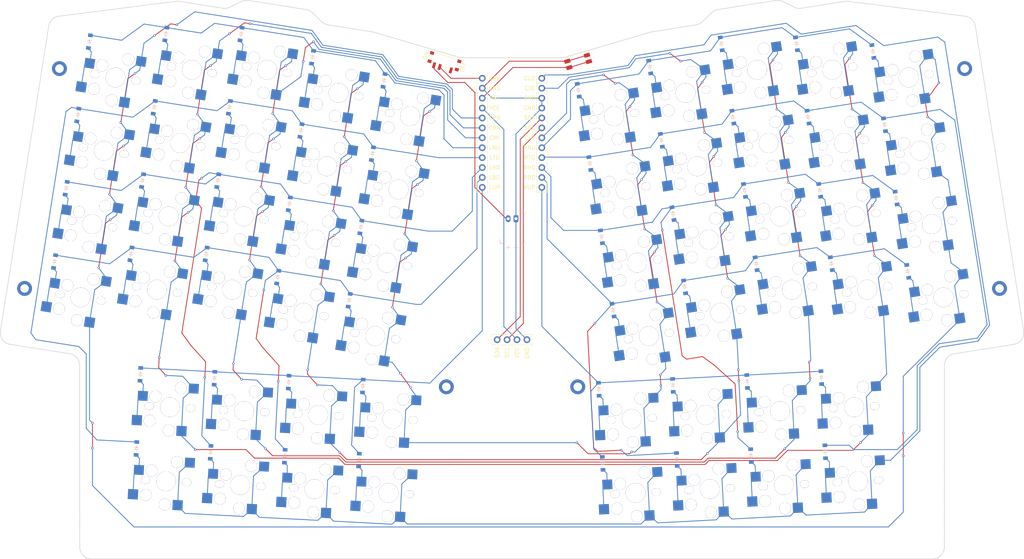
<source format=kicad_pcb>
(kicad_pcb (version 20241229) (generator "pcbnew") (generator_version "9.0")
  (title_block (title "gandalf") (date "2025-06-01") (rev "v1.0.0") (company "Unknown"))
  (layers (0 "F.Cu" signal) (2 "B.Cu" signal) (13 "F.Paste" user) (15 "B.Paste" user) (5 "F.SilkS" user "F.Silkscreen") (7 "B.SilkS" user "B.Silkscreen") (1 "F.Mask" user) (3 "B.Mask" user) (25 "Edge.Cuts" user))
  (net 0 "")
  (net 1 "CPN")
  (net 2 "pinky_bottom")
  (net 3 "GND")
  (net 4 "pinky_home")
  (net 5 "pinky_top")
  (net 6 "pinky_number")
  (net 7 "CRN")
  (net 8 "ring_bottom")
  (net 9 "ring_home")
  (net 10 "ring_top")
  (net 11 "ring_number")
  (net 12 "CMI")
  (net 13 "middle_bottom")
  (net 14 "middle_home")
  (net 15 "middle_top")
  (net 16 "middle_number")
  (net 17 "CID")
  (net 18 "index_bottom")
  (net 19 "index_home")
  (net 20 "index_top")
  (net 21 "index_number")
  (net 22 "CIN")
  (net 23 "inner_bottom")
  (net 24 "inner_home")
  (net 25 "inner_top")
  (net 26 "inner_number")
  (net 27 "mirror_pinky_bottom")
  (net 28 "mirror_pinky_home")
  (net 29 "mirror_pinky_top")
  (net 30 "mirror_pinky_number")
  (net 31 "mirror_ring_bottom")
  (net 32 "mirror_ring_home")
  (net 33 "mirror_ring_top")
  (net 34 "mirror_ring_number")
  (net 35 "mirror_middle_bottom")
  (net 36 "mirror_middle_home")
  (net 37 "mirror_middle_top")
  (net 38 "mirror_middle_number")
  (net 39 "mirror_index_bottom")
  (net 40 "mirror_index_home")
  (net 41 "mirror_index_top")
  (net 42 "mirror_index_number")
  (net 43 "mirror_inner_bottom")
  (net 44 "mirror_inner_home")
  (net 45 "mirror_inner_top")
  (net 46 "mirror_inner_number")
  (net 47 "CLO")
  (net 48 "first_lower")
  (net 49 "first_upper")
  (net 50 "second_lower")
  (net 51 "second_upper")
  (net 52 "third_lower")
  (net 53 "third_upper")
  (net 54 "fourth_lower")
  (net 55 "fourth_upper")
  (net 56 "mirror_first_lower")
  (net 57 "mirror_first_upper")
  (net 58 "mirror_second_lower")
  (net 59 "mirror_second_upper")
  (net 60 "mirror_third_lower")
  (net 61 "mirror_third_upper")
  (net 62 "mirror_fourth_lower")
  (net 63 "mirror_fourth_upper")
  (net 64 "LBO")
  (net 65 "LHO")
  (net 66 "LTO")
  (net 67 "LNU")
  (net 68 "RBO")
  (net 69 "RHO")
  (net 70 "RTO")
  (net 71 "RNU")
  (net 72 "LUP")
  (net 73 "RUP")
  (net 74 "RAW")
  (net 75 "RST")
  (net 76 "VCC")
  (net 77 "SDA")
  (net 78 "SCL")
  (net 79 "BAT_P")
  (footprint "reset_switch_smd_side" (layer "F.Cu") (at 210.219503 49.598302 17)
    (property "Reference" "RST1" (hide yes))
    (property "Value" "")
  )
  (footprint "mcu_nice_nano" (layer "F.Cu") (at 193.322077 66.625995)
    (property "Reference" "MCU1" (hide yes))
    (property "Value" "")
  )
  (footprint "display_ssd1306" (layer "F.Cu") (at 193.322074 104.158148)
    (property "Reference" "DISP1" (hide yes))
    (property "Value" "")
  )
  (footprint "mounting_hole_plated" (layer "F.Cu") (at 77.540174 51.444051 -9)
    (property "Reference" "H1" (hide yes))
    (property "Value" "")
  )
  (footprint "mounting_hole_plated" (layer "F.Cu") (at 210.132652 132.929799 9)
    (property "Reference" "H6" (hide yes))
    (property "Value" "")
  )
  (footprint "mounting_hole_plated" (layer "F.Cu") (at 68.623409 107.742294 -9)
    (property "Reference" "H3" (hide yes))
    (property "Value" "")
  )
  (footprint "mounting_hole_plated" (layer "F.Cu") (at 309.103977 51.444049 9)
    (property "Reference" "H2" (hide yes))
    (property "Value" "")
  )
  (footprint "power_switch_smd_side" (layer "F.Cu") (at 176.019503 49.598307 73)
    (property "Reference" "PWR1" (hide yes))
    (property "Value" "")
  )
  (footprint "mounting_hole_plated" (layer "F.Cu") (at 318.020734 107.742287 9)
    (property "Reference" "H4" (hide yes))
    (property "Value" "")
  )
  (footprint "mounting_hole_plated" (layer "F.Cu") (at 176.511493 132.9298 -9)
    (property "Reference" "H5" (hide yes))
    (property "Value" "")
  )
  (footprint "Keyboard:switch_choc_v1v2_mx" (layer "B.Cu") (at 240.67434 76.456754 -171)
    (property "Reference" "S35" (hide yes))
    (property "Value" "" (hide yes))
  )
  (footprint "Keyboard:switch_choc_v1v2_mx" (layer "B.Cu") (at 246.61885 113.988909 -171)
    (property "Reference" "S33" (hide yes))
    (property "Value" "" (hide yes))
  )
  (footprint "diode_tht_sod123" (layer "B.Cu") (at 234.483831 132.55891 -87)
    (property "Reference" "D54" (hide yes))
    (property "Value" "")
  )
  (footprint "Keyboard:switch_choc_v1v2_mx" (layer "B.Cu") (at 164.266584 82.392072 171)
    (property "Reference" "S19" (hide yes))
    (property "Value" "" (hide yes))
  )
  (footprint "diode_tht_sod123" (layer "B.Cu") (at 97.239942 148.706732 -93)
    (property "Reference" "D41" (hide yes))
    (property "Value" "")
  )
  (footprint "Keyboard:switch_choc_v1v2_mx" (layer "B.Cu") (at 303.69926 110.010588 -171)
    (property "Reference" "S21" (hide yes))
    (property "Value" "" (hide yes))
  )
  (footprint "Keyboard:switch_choc_v1v2_mx" (layer "B.Cu") (at 104.810289 157.114449 177)
    (property "Reference" "S41" (hide yes))
    (property "Value" "" (hide yes))
  )
  (footprint "Keyboard:switch_choc_v1v2_mx" (layer "B.Cu") (at 222.377567 82.392078 -171)
    (property "Reference" "S39" (hide yes))
    (property "Value" "" (hide yes))
  )
  (footprint "Keyboard:switch_choc_v1v2_mx" (layer "B.Cu") (at 284.151008 108.044402 -171)
    (property "Reference" "S25" (hide yes))
    (property "Value" "" (hide yes))
  )
  (footprint "diode_tht_sod123" (layer "B.Cu") (at 252.790386 82.637478 -81)
    (property "Reference" "D30" (hide yes))
    (property "Value" "")
  )
  (footprint "diode_tht_sod123" (layer "B.Cu") (at 104.759878 42.593184 -99)
    (property "Reference" "D8" (hide yes))
    (property "Value" "")
  )
  (footprint "diode_tht_sod123" (layer "B.Cu") (at 253.45779 131.564529 -87)
    (property "Reference" "D52" (hide yes))
    (property "Value" "")
  )
  (footprint "Keyboard:switch_choc_v1v2_mx" (layer "B.Cu") (at 281.833866 157.114455 -177)
    (property "Reference" "S49" (hide yes))
    (property "Value" "" (hide yes))
  )
  (footprint "Keyboard:switch_choc_v1v2_mx" (layer "B.Cu") (at 85.917142 91.244514 171)
    (property "Reference" "S2" (hide yes))
    (property "Value" "" (hide yes))
  )
  (footprint "Keyboard:switch_choc_v1v2_mx" (layer "B.Cu") (at 102.493143 108.044401 171)
    (property "Reference" "S5" (hide yes))
    (property "Value" "" (hide yes))
  )
  (footprint "diode_tht_sod123" (layer "B.Cu") (at 118.05075 80.134532 -99)
    (property "Reference" "D10" (hide yes))
    (property "Value" "")
  )
  (footprint "diode_tht_sod123" (layer "B.Cu") (at 274.998022 101.394371 -81)
    (property "Reference" "D25" (hide yes))
    (property "Value" "")
  )
  (footprint "diode_tht_sod123" (layer "B.Cu") (at 98.234317 129.732766 -93)
    (property "Reference" "D42" (hide yes))
    (property "Value" "")
  )
  (footprint "diode_tht_sod123" (layer "B.Cu") (at 136.347519 86.06985 -99)
    (property "Reference" "D14" (hide yes))
    (property "Value" "")
  )
  (footprint "Keyboard:switch_choc_v1v2_mx" (layer "B.Cu") (at 294.782493 53.71235 -171)
    (property "Reference" "S24" (hide yes))
    (property "Value" "" (hide yes))
  )
  (footprint "diode_tht_sod123" (layer "B.Cu") (at 213.224582 75.742042 -81)
    (property "Reference" "D39" (hide yes))
    (property "Value" "")
  )
  (footprint "diode_tht_sod123" (layer "B.Cu") (at 85.211623 44.559367 -99)
    (property "Reference" "D4" (hide yes))
    (property "Value" "")
  )
  (footprint "Keyboard:switch_choc_v1v2_mx" (layer "B.Cu") (at 105.804668 138.140492 177)
    (property "Reference" "S42" (hide yes))
    (property "Value" "" (hide yes))
  )
  (footprint "Keyboard:switch_choc_v1v2_mx" (layer "B.Cu") (at 91.861657 53.712351 171)
    (property "Reference" "S4" (hide yes))
    (property "Value" "" (hide yes))
  )
  (footprint "diode_tht_sod123" (layer "B.Cu") (at 151.672041 110.771248 -99)
    (property "Reference" "D17" (hide yes))
    (property "Value" "")
  )
  (footprint "diode_tht_sod123" (layer "B.Cu") (at 154.161821 151.689875 -93)
    (property "Reference" "D47" (hide yes))
    (property "Value" "")
  )
  (footprint "Keyboard:switch_choc_v1v2_mx" (layer "B.Cu") (at 143.752597 140.129259 177)
    (property "Reference" "S46" (hide yes))
    (property "Value" "" (hide yes))
  )
  (footprint "diode_tht_sod123" (layer "B.Cu") (at 285.629516 47.062317 -81)
    (property "Reference" "D24" (hide yes))
    (property "Value" "")
  )
  (footprint "diode_tht_sod123" (layer "B.Cu") (at 121.023004 61.368449 -99)
    (property "Reference" "D11" (hide yes))
    (property "Value" "")
  )
  (footprint "Keyboard:switch_choc_v1v2_mx" (layer "B.Cu") (at 162.726555 141.123645 177)
    (property "Reference" "S48" (hide yes))
    (property "Value" "" (hide yes))
  )
  (footprint "diode_tht_sod123" (layer "B.Cu") (at 254.452171 150.538485 -87)
    (property "Reference" "D51" (hide yes))
    (property "Value" "")
  )
  (footprint "diode_tht_sod123" (layer "B.Cu") (at 155.156207 132.71592 -93)
    (property "Reference" "D48" (hide yes))
    (property "Value" "")
  )
  (footprint "diode_tht_sod123" (layer "B.Cu") (at 216.196831 94.508119 -81)
    (property "Reference" "D38" (hide yes))
    (property "Value" "")
  )
  (footprint "diode_tht_sod123" (layer "B.Cu") (at 266.081254 45.096136 -81)
    (property "Reference" "D28" (hide yes))
    (property "Value" "")
  )
  (footprint "diode_tht_sod123" (layer "B.Cu") (at 294.546277 103.360562 -81)
    (property "Reference" "D21" (hide yes))
    (property "Value" "")
  )
  (footprint "Keyboard:switch_choc_v1v2_mx" (layer "B.Cu") (at 124.700781 89.287517 171)
    (property "Reference" "S10" (hide yes))
    (property "Value" "" (hide yes))
  )
  (footprint "diode_tht_sod123" (layer "B.Cu") (at 95.843109 98.891424 -99)
    (property "Reference" "D5" (hide yes))
    (property "Value" "")
  )
  (footprint "diode_tht_sod123" (layer "B.Cu") (at 76.29486 100.857601 -99)
    (property "Reference" "D1" (hide yes))
    (property "Value" "")
  )
  (footprint "diode_tht_sod123" (layer "B.Cu") (at 157.616556 73.239087 -99)
    (property "Reference" "D19" (hide yes))
    (property "Value" "")
  )
  (footprint "Keyboard:switch_choc_v1v2_mx" (layer "B.Cu") (at 167.238839 63.625999 171)
    (property "Reference" "S20" (hide yes))
    (property "Value" "" (hide yes))
  )
  (footprint "diode_tht_sod123" (layer "B.Cu") (at 210.252327 56.975962 -81)
    (property "Reference" "D40" (hide yes))
    (property "Value" "")
  )
  (footprint "Keyboard:switch_choc_v1v2_mx" (layer "B.Cu") (at 258.971115 70.521434 -171)
    (property "Reference" "S31" (hide yes))
    (property "Value" "" (hide yes))
  )
  (footprint "battery_connector_jst_ph_2" (layer "B.Cu") (at 193.322071 89.873309)
    (property "Reference" "JST1" (hide yes))
    (property "Value" "")
  )
  (footprint "Keyboard:switch_choc_v1v2_mx" (layer "B.Cu") (at 281.178751 89.27832 -171)
    (property "Reference" "S26" (hide yes))
    (property "Value" "" (hide yes))
  )
  (footprint "Keyboard:switch_choc_v1v2_mx" (layer "B.Cu") (at 219.405314 63.625993 -171)
    (property "Reference" "S40" (hide yes))
    (property "Value" "" (hide yes))
  )
  (footprint "diode_tht_sod123" (layer "B.Cu") (at 272.025767 82.628292 -81)
    (property "Reference" "D26" (hide yes))
    (property "Value" "")
  )
  (footprint "Keyboard:switch_choc_v1v2_mx" (layer "B.Cu") (at 300.727007 91.244513 -171)
    (property "Reference" "S22" (hide yes))
    (property "Value" "" (hide yes))
  )
  (footprint "Keyboard:switch_choc_v1v2_mx" (layer "B.Cu") (at 261.86552 139.134873 -177)
    (property "Reference" "S52" (hide yes))
    (property "Value" "" (hide yes))
  )
  (footprint "Keyboard:switch_choc_v1v2_mx" (layer "B.Cu") (at 123.784245 158.108833 177)
    (property "Reference" "S43" (hide yes))
    (property "Value" "" (hide yes))
  )
  (footprint "Keyboard:switch_choc_v1v2_mx" (layer "B.Cu") (at 82.944888 110.010583 171)
    (property "Reference" "S1" (hide yes))
    (property "Value" "" (hide yes))
  )
  (footprint "diode_tht_sod123" (layer "B.Cu") (at 79.267117 82.09153 -99)
    (property "Reference" "D2" (hide yes))
    (property "Value" "")
  )
  (footprint "diode_tht_sod123" (layer "B.Cu") (at 215.509875 133.553289 -87)
    (property "Reference" "D56" (hide yes))
    (property "Value" "")
  )
  (footprint "Keyboard:switch_choc_v1v2_mx" (layer "B.Cu") (at 242.891555 140.129261 -177)
    (property "Reference" "S54" (hide yes))
    (property "Value" "" (hide yes))
  )
  (footprint "Keyboard:switch_choc_v1v2_mx" (layer "B.Cu") (at 264.915626 108.053586 -171)
    (property "Reference" "S29" (hide yes))
    (property "Value" "" (hide yes))
  )
  (footprint "Keyboard:switch_choc_v1v2_mx" (layer "B.Cu") (at 108.437651 70.512241 171)
    (property "Reference" "S7" (hide yes))
    (property "Value" "" (hide yes))
  )
  (footprint "diode_tht_sod123" (layer "B.Cu") (at 288.601767 65.828396 -81)
    (property "Reference" "D23" (hide yes))
    (property "Value" "")
  )
  (footprint "Keyboard:switch_choc_v1v2_mx" (layer "B.Cu") (at 142.758215 159.103221 177)
    (property "Reference" "S45" (hide yes))
    (property "Value" "" (hide yes))
  )
  (footprint "diode_tht_sod123" (layer "B.Cu") (at 216.504254 152.527249 -87)
    (property "Reference" "D55" (hide yes))
    (property "Value" "")
  )
  (footprint "diode_tht_sod123" (layer "B.Cu") (at 249.818131 63.871403 -81)
    (property "Reference" "D31" (hide yes))
    (property "Value" "")
  )
  (footprint "diode_tht_sod123" (layer "B.Cu") (at 160.58881 54.473012 -99)
    (property "Reference" "D20" (hide yes))
    (property "Value" "")
  )
  (footprint "Keyboard:switch_choc_v1v2_mx" (layer "B.Cu") (at 158.32207 119.924231 171)
    (property "Reference" "S17" (hide yes))
    (property "Value" "" (hide yes))
  )
  (footprint "Keyboard:switch_choc_v1v2_mx" (layer "B.Cu") (at 223.917599 141.123636 -177)
    (property "Reference" "S56" (hide yes))
    (property "Value" "" (hide yes))
  )
  (footprint "diode_tht_sod123" (layer "B.Cu") (at 154.644298 92.005172 -99)
    (property "Reference" "D18" (hide yes))
    (property "Value" "")
  )
  (footprint "diode_tht_sod123" (layer "B.Cu") (at 228.549106 51.040651 -81)
    (property "Reference" "D36" (hide yes))
    (property "Value" "")
  )
  (footprint "diode_tht_sod123" (layer "B.Cu") (at 219.169093 113.274195 -81)
    (property "Reference" "D37" (hide yes))
    (property "Value" "")
  )
  (footprint "diode_tht_sod123" (layer "B.Cu") (at 142.292031 48.537695 -99)
    (property "Reference" "D16" (hide yes))
    (property "Value" "")
  )
  (footprint "Keyboard:switch_choc_v1v2_mx" (layer "B.Cu") (at 297.754745 72.478433 -171)
    (property "Reference" "S23" (hide yes))
    (property "Value" "" (hide yes))
  )
  (footprint "Keyboard:switch_choc_v1v2_mx" (layer "B.Cu") (at 161.732173 160.097598 177)
    (property "Reference" "S47" (hide yes))
    (property "Value" "" (hide yes))
  )
  (footprint "Keyboard:switch_choc_v1v2_mx" (layer "B.Cu") (at 140.025296 113.988909 171)
    (property "Reference" "S13" (hide yes))
    (property "Value" "" (hide yes))
  )
  (footprint "diode_tht_sod123" (layer "B.Cu") (at 82.23937 63.325448 -99)
    (property "Reference" "D3" (hide yes))
    (property "Value" "")
  )
  (footprint "diode_tht_sod123" (layer "B.Cu") (at 115.078493 98.900609 -99)
    (property "Reference" "D9" (hide yes))
    (property "Value" "")
  )
  (footprint "diode_tht_sod123" (layer "B.Cu") (at 116.2139 149.701112 -93)
    (property "Reference" "D43" (hide yes))
    (property "Value" "")
  )
  (footprint "diode_tht_sod123" (layer "B.Cu") (at 136.182243 131.72154 -93)
    (property "Reference" "D46" (hide yes))
    (property "Value" "")
  )
  (footprint "Keyboard:switch_choc_v1v2_mx" (layer "B.Cu") (at 105.465399 89.278314 171)
    (property "Reference" "S6" (hide yes))
    (property "Value" "" (hide yes))
  )
  (footprint "Keyboard:switch_choc_v1v2_mx" (layer "B.Cu") (at 278.206497 70.512241 -171)
    (property "Reference" "S27" (hide yes))
    (property "Value" "" (hide yes))
  )
  (footprint "Keyboard:switch_choc_v1v2_mx" (layer "B.Cu") (at 255.998862 51.755352 -171)
    (property "Reference" "S32" (hide yes))
    (property "Value" "" (hide yes))
  )
  (footprint "Keyboard:switch_choc_v1v2_mx" (layer "B.Cu") (at 148.942062 57.690678 171)
    (property "Reference" "S16" (hide yes))
    (property "Value" "" (hide yes))
  )
  (footprint "diode_tht_sod123" (layer "B.Cu") (at 273.426134 149.544103 -87)
    (property "Reference" "D49" (hide yes))
    (property "Value" "")
  )
  (footprint "Keyboard:switch_choc_v1v2_mx" (layer "B.Cu") (at 224.91198 160.097599 -177)
    (property "Reference" "S55" (hide yes))
    (property "Value" "" (hide yes))
  )
  (footprint "Keyboard:switch_choc_v1v2_mx" (layer "B.Cu") (at 130.645284 51.75536 171)
    (property "Reference" "S12" (hide yes))
    (property "Value" "" (hide yes))
  )
  (footprint "diode_tht_sod123" (layer "B.Cu") (at 246.845879 45.105322 -81)
    (property "Reference" "D32" (hide yes))
    (property "Value" "")
  )
  (footprint "Keyboard:switch_choc_v1v2_mx" (layer "B.Cu") (at 124.77864 139.134876 177)
    (property "Reference" "S44" (hide yes))
    (property "Value" "" (hide yes))
  )
  (footprint "Keyboard:switch_choc_v1v2_mx" (layer "B.Cu") (at 228.32208 119.924232 -171)
    (property "Reference" "S37" (hide yes))
    (property "Value" "" (hide yes))
  )
  (footprint "Keyboard:switch_choc_v1v2_mx" (layer "B.Cu") (at 127.673031 70.521433 171)
    (property "Reference" "S11" (hide yes))
    (property "Value" "" (hide yes))
  )
  (footprint "diode_tht_sod123" (layer "B.Cu") (at 255.762646 101.403555 -81)
    (property "Reference" "D29" (hide yes))
    (property "Value" "")
  )
  (footprint "diode_tht_sod123" (layer "B.Cu") (at 291.574024 84.594475 -81)
    (property "Reference" "D22" (hide yes))
    (property "Value" "")
  )
  (footprint "Keyboard:switch_choc_v1v2_mx" (layer "B.Cu") (at 225.349821 101.15815 -171)
    (property "Reference" "S38" (hide yes))
    (property "Value" "" (hide yes))
  )
  (footprint "Keyboard:switch_choc_v1v2_mx" (layer "B.Cu") (at 261.943368 89.28751 -171)
    (property "Reference" "S30" (hide yes))
    (property "Value" "" (hide yes))
  )
  (footprint "diode_tht_sod123" (layer "B.Cu") (at 234.493614 88.572799 -81)
    (property "Reference" "D34" (hide yes))
    (property "Value" "")
  )
  (footprint "Keyboard:switch_choc_v1v2_mx" (layer "B.Cu") (at 280.839477 138.14049 -177)
    (property "Reference" "S50" (hide yes))
    (property "Value" "" (hide yes))
  )
  (footprint "Keyboard:switch_choc_v1v2_mx" (layer "B.Cu") (at 145.969809 76.456754 171)
    (property "Reference" "S15" (hide yes))
    (property "Value" "" (hide yes))
  )
  (footprint "diode_tht_sod123" (layer "B.Cu") (at 237.465868 107.338879 -81)
    (property "Reference" "D33" (hide yes))
    (property "Value" "")
  )
  (footprint "Keyboard:switch_choc_v1v2_mx" (layer "B.Cu") (at 142.997554 95.222837 171)
    (property "Reference" "S14" (hide yes))
    (property "Value" "" (hide yes))
  )
  (footprint "diode_tht_sod123" (layer "B.Cu") (at 272.431751 130.570141 -87)
    (property "Reference" "D50" (hide yes))
    (property "Value" "")
  )
  (footprint "Keyboard:switch_choc_v1v2_mx" (layer "B.Cu") (at 243.88594 159.103219 -177)
    (property "Reference" "S53" (hide yes))
    (property "Value" "" (hide yes))
  )
  (footprint "Keyboard:switch_choc_v1v2_mx" (layer "B.Cu") (at 111.409909 51.746163 171)
    (property "Reference" "S8" (hide yes))
    (property "Value" "" (hide yes))
  )
  (footprint "diode_tht_sod123" (layer "B.Cu") (at 235.478215 151.532867 -87)
    (property "Reference" "D53" (hide yes))
    (property "Value" "")
  )
  (footprint "diode_tht_sod123" (layer "B.Cu") (at 123.995259 42.602374 -99)
    (property "Reference" "D12" (hide yes))
    (property "Value" "")
  )
  (footprint "Keyboard:switch_choc_v1v2_mx" (layer "B.Cu") (at 161.29433 101.158152 171)
    (property "Reference" "S18" (hide yes))
    (property "Value" "" (hide yes))
  )
  (footprint "Keyboard:switch_choc_v1v2_mx" (layer "B.Cu") (at 121.728524 108.053591 171)
    (property "Reference" "S9" (hide yes))
    (property "Value" "" (hide yes))
  )
  (footprint "diode_tht_sod123" (layer "B.Cu") (at 133.375276 104.835931 -99)
    (property "Reference" "D13" (hide yes))
    (property "Value" "")
  )
  (footprint "diode_tht_sod123" (layer "B.Cu") (at 101.787624 61.359257 -99)
    (property "Reference" "D7" (hide yes))
    (property "Value" "")
  )
  (footprint "diode_tht_sod123" (layer "B.Cu") (at 98.81537 80.125342 -99)
    (property "Reference" "D6" (hide yes))
    (property "Value" "")
  )
  (footprint "diode_tht_sod123" (layer "B.Cu") (at 135.187864 150.695493 -93)
    (property "Reference" "D45" (hide yes))
    (property "Value" "")
  )
  (footprint "diode_tht_sod123" (layer "B.Cu") (at 139.319778 67.303774 -99)
    (property "Reference" "D15" (hide yes))
    (property "Value" "")
  )
  (footprint "diode_tht_sod123" (layer "B.Cu") (at 117.208286 130.727149 -93)
    (property "Reference" "D44" (hide yes))
    (property "Value" "")
  )
  (footprint "diode_tht_sod123" (layer "B.Cu") (at 269.053513 63.862216 -81)
    (property "Reference" "D27" (hide yes))
    (property "Value" "")
  )
  (footprint "Keyboard:switch_choc_v1v2_mx" (layer "B.Cu") (at 243.646595 95.222833 -171)
    (property "Reference" "S34" (hide yes))
    (property "Value" "" (hide yes))
  )
  (footprint "Keyboard:switch_choc_v1v2_mx" (layer "B.Cu") (at 237.702086 57.690676 -171)
    (property "Reference" "S36" (hide yes))
    (property "Value" "" (hide yes))
  )
  (footprint "Keyboard:switch_choc_v1v2_mx" (layer "B.Cu") (at 88.889396 72.478435 171)
    (property "Reference" "S3" (hide yes))
    (property "Value" "" (hide yes))
  )
  (footprint "Keyboard:switch_choc_v1v2_mx" (layer "B.Cu") (at 262.859895 158.108839 -177)
    (property "Reference" "S51" (hide yes))
    (property "Value" "" (hide yes))
  )
  (footprint "Keyboard:switch_choc_v1v2_mx" (layer "B.Cu") (at 275.234241 51.746165 -171)
    (property "Reference" "S28" (hide yes))
    (property "Value" "" (hide yes))
  )
  (footprint "diode_tht_sod123" (layer "B.Cu") (at 231.521356 69.806722 -81)
    (property "Reference" "D35" (hide yes))
    (property "Value" "")
  )
  (gr_arc (start 309.245505 38.02746) (mid 310.956169 38.849808) (end 311.830887 40.534294) (stroke (width 0.15)) (layer "Edge.Cuts"))
  (gr_line (start 246.005657 36.328707) (end 260.735864 33.995673) (stroke (width 0.15)) (layer "Edge.Cuts"))
  (gr_arc (start 64.941064 122.042298) (mid 62.983319 120.842591) (end 62.447297 118.609933) (stroke (width 0.15)) (layer "Edge.Cuts"))
  (gr_line (start 206.820449 48.553806) (end 228.66622 42.137484) (stroke (width 0.15)) (layer "Edge.Cuts"))
  (gr_line (start 241.97594 39.458003) (end 244.394665 37.130211) (stroke (width 0.15)) (layer "Edge.Cuts"))
  (gr_line (start 62.447297 118.609933) (end 74.813264 40.534291) (stroke (width 0.15)) (layer "Edge.Cuts"))
  (gr_arc (start 85.738834 176.986619) (mid 83.617909 176.108367) (end 82.738826 173.987799) (stroke (width 0.15)) (layer "Edge.Cuts"))
  (gr_arc (start 140.638488 36.328709) (mid 141.505498 36.605827) (end 142.249488 37.130209) (stroke (width 0.15)) (layer "Edge.Cuts"))
  (gr_arc (start 146.279204 40.259505) (mid 145.412197 39.982385) (end 144.66821 39.458002) (stroke (width 0.15)) (layer "Edge.Cuts"))
  (gr_arc (start 107.391147 34.221324) (mid 107.815101 34.197815) (end 108.238129 34.234392) (stroke (width 0.15)) (layer "Edge.Cuts"))
  (gr_line (start 303.923691 127.419343) (end 303.905322 173.987804) (stroke (width 0.15)) (layer "Edge.Cuts"))
  (gr_arc (start 278.40602 34.234393) (mid 278.829048 34.197816) (end 279.253004 34.221323) (stroke (width 0.15)) (layer "Edge.Cuts"))
  (gr_arc (start 303.905322 173.987804) (mid 303.026219 176.108358) (end 300.90532 176.986616) (stroke (width 0.15)) (layer "Edge.Cuts"))
  (gr_arc (start 241.97594 39.458003) (mid 241.231948 39.982385) (end 240.36494 40.259502) (stroke (width 0.15)) (layer "Edge.Cuts"))
  (gr_line (start 311.830887 40.534294) (end 324.196848 118.609926) (stroke (width 0.15)) (layer "Edge.Cuts"))
  (gr_line (start 108.238129 34.234392) (end 119.328964 35.991006) (stroke (width 0.15)) (layer "Edge.Cuts"))
  (gr_arc (start 303.923691 127.419343) (mid 304.642847 125.471719) (end 306.454382 124.457457) (stroke (width 0.15)) (layer "Edge.Cuts"))
  (gr_line (start 146.279204 40.259505) (end 157.601819 42.052835) (stroke (width 0.15)) (layer "Edge.Cuts"))
  (gr_line (start 321.703085 122.042294) (end 306.454382 124.457457) (stroke (width 0.15)) (layer "Edge.Cuts"))
  (gr_arc (start 260.735866 33.995674) (mid 261.646076 33.991307) (end 262.515697 34.260115) (stroke (width 0.15)) (layer "Edge.Cuts"))
  (gr_arc (start 206.820449 48.553806) (mid 206.402091 48.64484) (end 205.975034 48.675393) (stroke (width 0.15)) (layer "Edge.Cuts"))
  (gr_line (start 180.669117 48.675398) (end 205.975034 48.675393) (stroke (width 0.15)) (layer "Edge.Cuts"))
  (gr_line (start 229.042338 42.052825) (end 240.36494 40.259502) (stroke (width 0.15)) (layer "Edge.Cuts"))
  (gr_arc (start 228.66622 42.137484) (mid 228.852918 42.089109) (end 229.042338 42.052825) (stroke (width 0.15)) (layer "Edge.Cuts"))
  (gr_line (start 300.905323 176.98662) (end 85.738834 176.986619) (stroke (width 0.15)) (layer "Edge.Cuts"))
  (gr_line (start 279.253004 34.221323) (end 309.245505 38.02746) (stroke (width 0.15)) (layer "Edge.Cuts"))
  (gr_line (start 77.398648 38.027461) (end 107.391147 34.221324) (stroke (width 0.15)) (layer "Edge.Cuts"))
  (gr_arc (start 121.108794 35.726554) (mid 120.239173 35.99535) (end 119.328964 35.991006) (stroke (width 0.15)) (layer "Edge.Cuts"))
  (gr_arc (start 80.189765 124.457458) (mid 82.001314 125.471719) (end 82.720461 127.419339) (stroke (width 0.15)) (layer "Edge.Cuts"))
  (gr_line (start 82.738826 173.987799) (end 82.720461 127.419339) (stroke (width 0.15)) (layer "Edge.Cuts"))
  (gr_line (start 125.908288 33.995668) (end 140.638488 36.328709) (stroke (width 0.15)) (layer "Edge.Cuts"))
  (gr_arc (start 157.601819 42.052835) (mid 157.791236 42.089109) (end 157.97793 42.137483) (stroke (width 0.15)) (layer "Edge.Cuts"))
  (gr_line (start 267.315187 35.991006) (end 278.40602 34.234393) (stroke (width 0.15)) (layer "Edge.Cuts"))
  (gr_line (start 142.249488 37.130209) (end 144.66821 39.458002) (stroke (width 0.15)) (layer "Edge.Cuts"))
  (gr_arc (start 180.669117 48.675398) (mid 180.242057 48.644848) (end 179.823699 48.553802) (stroke (width 0.15)) (layer "Edge.Cuts"))
  (gr_arc (start 267.315187 35.991006) (mid 266.404982 35.995359) (end 265.535363 35.726556) (stroke (width 0.15)) (layer "Edge.Cuts"))
  (gr_arc (start 244.394665 37.130211) (mid 245.138653 36.605829) (end 246.005657 36.328709) (stroke (width 0.15)) (layer "Edge.Cuts"))
  (gr_line (start 80.189765 124.457459) (end 64.941064 122.042298) (stroke (width 0.15)) (layer "Edge.Cuts"))
  (gr_line (start 262.515697 34.260115) (end 265.535363 35.726556) (stroke (width 0.15)) (layer "Edge.Cuts"))
  (gr_line (start 121.108794 35.726554) (end 124.128457 34.260128) (stroke (width 0.15)) (layer "Edge.Cuts"))
  (gr_arc (start 324.196848 118.609926) (mid 323.66082 120.842564) (end 321.703085 122.042294) (stroke (width 0.15)) (layer "Edge.Cuts"))
  (gr_arc (start 74.813264 40.534291) (mid 75.68799 38.849821) (end 77.398648 38.027461) (stroke (width 0.15)) (layer "Edge.Cuts"))
  (gr_arc (start 124.128457 34.260128) (mid 124.998078 33.991311) (end 125.908288 33.995668) (stroke (width 0.15)) (layer "Edge.Cuts"))
  (gr_line (start 157.97793 42.137483) (end 179.823699 48.553802) (stroke (width 0.15)) (layer "Edge.Cuts"))
  (segment (start 299.648504 63.825844) (end 299.022767 59.875091) (width 0.2) (layer "F.Cu") (net 1))
  (segment (start 293.4 150.6) (end 293.4 144.8) (width 0.2) (layer "F.Cu") (net 1))
  (segment (start 90.341753 83.646372) (end 92.093819 72.58426) (width 0.2) (layer "F.Cu") (net 1))
  (segment (start 299.022767 59.875091) (end 302.514034 55.069775) (width 0.2) (layer "F.Cu") (net 1))
  (segment (start 101.874155 42.976412) (end 105.992993 39.983897) (width 0.2) (layer "F.Cu") (net 1))
  (segment (start 94.158758 59.546773) (end 95.03479 54.015722) (width 0.2) (layer "F.Cu") (net 1))
  (segment (start 87.567038 102.443739) (end 89.381678 90.98655) (width 0.2) (layer "F.Cu") (net 1))
  (segment (start 95.03479 54.015722) (end 96.865387 52.685714) (width 0.2) (layer "F.Cu") (net 1))
  (segment (start 92.093819 72.58426) (end 93.92442 71.254256) (width 0.2) (layer "F.Cu") (net 1))
  (segment (start 86 142.2) (end 86 148.6) (width 0.2) (layer "F.Cu") (net 1))
  (segment (start 89.381678 90.98655) (end 90.525801 90.155297) (width 0.2) (layer "F.Cu") (net 1))
  (segment (start 93.251437 65.275369) (end 94.158758 59.546773) (width 0.2) (layer "F.Cu") (net 1))
  (segment (start 105.992993 39.983897) (end 107.573294 40.234192) (width 0.2) (layer "F.Cu") (net 1))
  (via (at 86 142.2) (size 0.6) (drill 0.3) (layers "F.Cu" "B.Cu") (net 1))
  (via (at 87.567038 102.443739) (size 0.6) (drill 0.3) (layers "F.Cu" "B.Cu") (net 1))
  (via (at 107.573294 40.234192) (size 0.6) (drill 0.3) (layers "F.Cu" "B.Cu") (net 1))
  (via (at 93.92442 71.254256) (size 0.6) (drill 0.3) (layers "F.Cu" "B.Cu") (net 1))
  (via (at 299.648504 63.825844) (size 0.6) (drill 0.3) (layers "F.Cu" "B.Cu") (net 1))
  (via (at 293.4 150.6) (size 0.6) (drill 0.3) (layers "F.Cu" "B.Cu") (net 1))
  (via (at 86 148.6) (size 0.6) (drill 0.3) (layers "F.Cu" "B.Cu") (net 1))
  (via (at 93.251437 65.275369) (size 0.6) (drill 0.3) (layers "F.Cu" "B.Cu") (net 1))
  (via (at 302.514034 55.069775) (size 0.6) (drill 0.3) (layers "F.Cu" "B.Cu") (net 1))
  (via (at 90.525801 90.155297) (size 0.6) (drill 0.3) (layers "F.Cu" "B.Cu") (net 1))
  (via (at 293.4 144.8) (size 0.6) (drill 0.3) (layers "F.Cu" "B.Cu") (net 1))
  (via (at 96.865387 52.685714) (size 0.6) (drill 0.3) (layers "F.Cu" "B.Cu") (net 1))
  (via (at 90.341753 83.646372) (size 0.6) (drill 0.3) (layers "F.Cu" "B.Cu") (net 1))
  (via (at 101.874155 42.976412) (size 0.6) (drill 0.3) (layers "F.Cu" "B.Cu") (net 1))
  (segment (start 96.865387 52.685714) (end 98.078702 51.804188) (width 0.2) (layer "B.Cu") (net 1))
  (segment (start 92.517198 70.508699) (end 95.454162 68.374868) (width 0.2) (layer "B.Cu") (net 1))
  (segment (start 89.544942 89.274778) (end 92.481911 87.140943) (width 0.2) (layer "B.Cu") (net 1))
  (segment (start 239.4 168.8) (end 289.6 168.8) (width 0.2) (layer "B.Cu") (net 1))
  (segment (start 305.702395 85.313166) (end 304.85718 79.976687) (width 0.2) (layer "B.Cu") (net 1))
  (segment (start 86.572687 108.04085) (end 89.509651 105.907027) (width 0.2) (layer "B.Cu") (net 1))
  (segment (start 95.489456 51.742615) (end 98.42642 49.60879) (width 0.2) (layer "B.Cu") (net 1))
  (segment (start 90.525801 90.155297) (end 92.196763 88.941274) (width 0.2) (layer "B.Cu") (net 1))
  (segment (start 308.67465 104.079241) (end 308.557039 103.336685) (width 0.2) (layer "B.Cu") (net 1))
  (segment (start 88.221038 97.633578) (end 89.544942 89.274778) (width 0.2) (layer "B.Cu") (net 1))
  (segment (start 302.730132 66.547087) (end 302.643811 66.002061) (width 0.2) (layer "B.Cu") (net 1))
  (segment (start 91.193289 78.867501) (end 92.517198 70.508699) (width 0.2) (layer "B.Cu") (net 1))
  (segment (start 160.289696 47.8922) (end 161.294509 49.275208) (width 0.2) (layer "B.Cu") (net 1))
  (segment (start 94.165552 60.101422) (end 95.489456 51.742615) (width 0.2) (layer "B.Cu") (net 1))
  (segment (start 297.624051 50.717967) (end 299.75788 47.781004) (width 0.2) (layer "B.Cu") (net 1))
  (segment (start 180.331807 64.085995) (end 185.702077 64.085997) (width 0.2) (layer "B.Cu") (net 1))
  (segment (start 95.454161 68.37487) (end 95.462966 68.319275) (width 0.2) (layer "B.Cu") (net 1))
  (segment (start 176.666486 55.399774) (end 178.05255 56.785836) (width 0.2) (layer "B.Cu") (net 1))
  (segment (start 293.4 130.232146) (end 307.864725 115.767421) (width 0.2) (layer "B.Cu") (net 1))
  (segment (start 86 148.6) (end 86 158.2) (width 0.2) (layer "B.Cu") (net 1))
  (segment (start 308.557039 103.336685) (end 305.620076 101.202858) (width 0.2) (layer "B.Cu") (net 1))
  (segment (start 127.36019 39.31827) (end 142.175511 41.664786) (width 0.2) (layer "B.Cu") (net 1))
  (segment (start 293.4 165) (end 293.4 150.6) (width 0.2) (layer "B.Cu") (net 1))
  (segment (start 89.509651 105.907027) (end 89.612321 105.258826) (width 0.2) (layer "B.Cu") (net 1))
  (segment (start 206 168.8) (end 214.8 168.8) (width 0.2) (layer "B.Cu") (net 1))
  (segment (start 307.864727 115.375009) (end 306.540822 107.016203) (width 0.2) (layer "B.Cu") (net 1))
  (segment (start 142.175511 41.664786) (end 144.932831 45.459915) (width 0.2) (layer "B.Cu") (net 1))
  (segment (start 95.462966 68.319275) (end 93.251437 65.275369) (width 0.2) (layer "B.Cu") (net 1))
  (segment (start 98.426421 49.608788) (end 99.165158 44.944616) (width 0.2) (layer "B.Cu") (net 1))
  (segment (start 161.294509 49.275208) (end 164.323974 53.444912) (width 0.2) (layer "B.Cu") (net 1))
  (segment (start 85.248782 141.448782) (end 86 142.2) (width 0.2) (layer "B.Cu") (net 1))
  (segment (start 85.248785 116.399657) (end 86.572687 108.04085) (width 0.2) (layer "B.Cu") (net 1))
  (segment (start 144.932831 45.459915) (end 159.830075 47.819404) (width 0.2) (layer "B.Cu") (net 1))
  (segment (start 304.85718 79.976687) (end 301.92021 77.842856) (width 0.2) (layer "B.Cu") (net 1))
  (segment (start 178.052549 61.806737) (end 180.331807 64.085995) (width 0.2) (layer "B.Cu") (net 1))
  (segment (start 85.248782 116.39965) (end 85.248782 141.448782) (width 0.2) (layer "B.Cu") (net 1))
  (segment (start 112.149786 36.909176) (end 127.36019 39.31827) (width 0.2) (layer "B.Cu") (net 1))
  (segment (start 306.540822 107.016203) (end 308.67465 104.079241) (width 0.2) (layer "B.Cu") (net 1))
  (segment (start 92.553287 86.690282) (end 90.341753 83.646372) (width 0.2) (layer "B.Cu") (net 1))
  (segment (start 307.864725 115.767421) (end 307.864725 115.37501) (width 0.2) (layer "B.Cu") (net 1))
  (segment (start 159.830075 47.819404) (end 160.289696 47.8922) (width 0.2) (layer "B.Cu") (net 1))
  (segment (start 93.92442 71.254256) (end 95.137727 70.372734) (width 0.2) (layer "B.Cu") (net 1))
  (segment (start 304.892472 96.608932) (end 303.568565 88.250128) (width 0.2) (layer "B.Cu") (net 1))
  (segment (start 302.643811 66.002061) (end 299.648504 63.825844) (width 0.2) (layer "B.Cu") (net 1))
  (segment (start 92.196763 88.941274) (end 92.481907 87.140946) (width 0.2) (layer "B.Cu") (net 1))
  (segment (start 301.567888 49.096052) (end 299.75788 47.781004) (width 0.2) (layer "B.Cu") (net 1))
  (segment (start 300.596305 69.484048) (end 302.730132 66.547087) (width 0.2) (layer "B.Cu") (net 1))
  (segment (start 99.165158 44.944616) (end 101.874155 42.976412) (width 0.2) (layer "B.Cu") (net 1))
  (segment (start 89.612321 105.258826) (end 87.567038 102.443739) (width 0.2) (layer "B.Cu") (net 1))
  (segment (start 102.8 168.8) (end 206 168.8) (width 0.2) (layer "B.Cu") (net 1))
  (segment (start 86 158.2) (end 96.6 168.8) (width 0.2) (layer "B.Cu") (net 1))
  (segment (start 298.947957 59.076774) (end 297.624051 50.717967) (width 0.2) (layer "B.Cu") (net 1))
  (segment (start 107.573294 40.234192) (end 112.149786 36.909176) (width 0.2) (layer "B.Cu") (net 1))
  (segment (start 305.620076 101.202858) (end 304.892472 96.608932) (width 0.2) (layer "B.Cu") (net 1))
  (segment (start 96.6 168.8) (end 102.8 168.8) (width 0.2) (layer "B.Cu") (net 1))
  (segment (start 293.4 144.8) (end 293.4 130.232146) (width 0.2) (layer "B.Cu") (net 1))
  (segment (start 92.481907 87.140946) (end 92.553287 86.690282) (width 0.2) (layer "B.Cu") (net 1))
  (segment (start 178.05255 56.785836) (end 178.052549 61.806737) (width 0.2) (layer "B.Cu") (net 1))
  (segment (start 301.92021 77.842856) (end 300.596305 69.484048) (width 0.2) (layer "B.Cu") (net 1))
  (segment (start 302.514034 55.069775) (end 301.567888 49.096052) (width 0.2) (layer "B.Cu") (net 1))
  (segment (start 164.323974 53.444912) (end 176.666486 55.399774) (width 0.2) (layer "B.Cu") (net 1))
  (segment (start 98.078702 51.804188) (end 98.42642 49.60879) (width 0.2) (layer "B.Cu") (net 1))
  (segment (start 289.6 168.8) (end 293.4 165) (width 0.2) (layer "B.Cu") (net 1))
  (segment (start 303.568565 88.250128) (end 305.702395 85.313166) (width 0.2) (layer "B.Cu") (net 1))
  (segment (start 95.137727 70.372734) (end 95.454161 68.37487) (width 0.2) (layer "B.Cu") (net 1))
  (segment (start 214.8 168.8) (end 239.4 168.8) (width 0.2) (layer "B.Cu") (net 1))
  (segment (start 76.344461 106.393523) (end 76.797342 103.534159) (width 0.2) (layer "B.Cu") (net 2))
  (segment (start 74.982955 107.382716) (end 76.344461 106.393523) (width 0.2) (layer "B.Cu") (net 2))
  (segment (start 74.185139 112.419921) (end 74.982955 107.382716) (width 0.2) (layer "B.Cu") (net 2))
  (segment (start 76.797342 103.534159) (end 76.036748 102.487286) (width 0.2) (layer "B.Cu") (net 2))
  (segment (start 207.46069 49.552929) (end 192.615148 49.552922) (width 0.2) (layer "F.Cu") (net 3))
  (segment (start 192.615148 49.552922) (end 185.702074 56.465994) (width 0.2) (layer "F.Cu") (net 3))
  (segment (start 207.460691 49.552925) (end 212.481287 48.017966) (width 0.2) (layer "F.Cu") (net 3))
  (segment (start 194.322069 68.166) (end 200.942073 61.545994) (width 0.2) (layer "B.Cu") (net 3))
  (segment (start 200.942074 59.005996) (end 200.942073 61.545994) (width 0.2) (layer "B.Cu") (net 3))
  (segment (start 188.242075 59.005997) (end 200.942074 59.005996) (width 0.2) (layer "B.Cu") (net 3))
  (segment (start 194.322068 89.873306) (end 194.322069 68.166) (width 0.2) (layer "B.Cu") (net 3))
  (segment (start 185.702076 56.466) (end 188.242075 59.005997) (width 0.2) (layer "B.Cu") (net 3))
  (segment (start 197.132071 120.858148) (end 194.322069 118.048144) (width 0.2) (layer "B.Cu") (net 3))
  (segment (start 194.322069 118.048144) (end 194.322068 89.873306) (width 0.2) (layer "B.Cu") (net 3))
  (segment (start 77.157391 93.653848) (end 77.955209 88.616633) (width 0.2) (layer "B.Cu") (net 4))
  (segment (start 79.769596 84.768081) (end 79.009001 83.721213) (width 0.2) (layer "B.Cu") (net 4))
  (segment (start 79.316718 87.627442) (end 79.769596 84.768081) (width 0.2) (layer "B.Cu") (net 4))
  (segment (start 77.955209 88.616633) (end 79.316718 87.627442) (width 0.2) (layer "B.Cu") (net 4))
  (segment (start 82.741851 66.002004) (end 81.981258 64.955137) (width 0.2) (layer "B.Cu") (net 5))
  (segment (start 82.288968 68.861368) (end 82.741851 66.002004) (width 0.2) (layer "B.Cu") (net 5))
  (segment (start 80.927462 69.850561) (end 82.288968 68.861368) (width 0.2) (layer "B.Cu") (net 5))
  (segment (start 80.129644 74.887772) (end 80.927462 69.850561) (width 0.2) (layer "B.Cu") (net 5))
  (segment (start 83.101907 56.121692) (end 83.899726 51.08448) (width 0.2) (layer "B.Cu") (net 6))
  (segment (start 85.261231 50.095289) (end 85.714108 47.235928) (width 0.2) (layer "B.Cu") (net 6))
  (segment (start 83.899726 51.08448) (end 85.261231 50.095289) (width 0.2) (layer "B.Cu") (net 6))
  (segment (start 85.714108 47.235928) (end 84.953506 46.18905) (width 0.2) (layer "B.Cu") (net 6))
  (segment (start 283.072509 80.625735) (end 281.289156 69.366092) (width 0.2) (layer "F.Cu") (net 7))
  (segment (start 109.858718 81.877721) (end 111.642069 70.618074) (width 0.2) (layer "F.Cu") (net 7))
  (segment (start 107.084003 100.675088) (end 108.867353 89.415445) (width 0.2) (layer "F.Cu") (net 7))
  (segment (start 132.337179 151.191208) (end 148.989352 151.191207) (width 0.2) (layer "F.Cu") (net 7))
  (segment (start 113.863441 56.592901) (end 114.614329 51.851999) (width 0.2) (layer "F.Cu") (net 7))
  (segment (start 151.487237 152.789208) (end 177.287236 152.789205) (width 0.2) (layer "F.Cu") (net 7))
  (segment (start 242.736179 152.790207) (end 243.736179 151.790205) (width 0.2) (layer "F.Cu") (net 7))
  (segment (start 177.287236 152.789205) (end 230.687236 152.789205) (width 0.2) (layer "F.Cu") (net 7))
  (segment (start 102.927044 127.96907) (end 104.751881 129.995756) (width 0.2) (layer "F.Cu") (net 7))
  (segment (start 111.642069 70.618074) (end 113.472672 69.288069) (width 0.2) (layer "F.Cu") (net 7))
  (segment (start 230.688237 152.790206) (end 242.736179 152.790207) (width 0.2) (layer "F.Cu") (net 7))
  (segment (start 124.864588 39.732976) (end 126.247351 39.951986) (width 0.2) (layer "F.Cu") (net 7))
  (segment (start 278.483151 50.371188) (end 279.646908 48.769413) (width 0.2) (layer "F.Cu") (net 7))
  (segment (start 280.297791 61.828373) (end 278.483151 50.371188) (width 0.2) (layer "F.Cu") (net 7))
  (segment (start 114.614329 51.851999) (end 116.216101 50.688244) (width 0.2) (layer "F.Cu") (net 7))
  (segment (start 284.48042 89.514933) (end 284.261411 88.132168) (width 0.2) (layer "F.Cu") (net 7))
  (segment (start 261.219024 151.790208) (end 263.820022 149.189207) (width 0.2) (layer "F.Cu") (net 7))
  (segment (start 150.588353 152.790206) (end 151.486237 152.790207) (width 0.2) (layer "F.Cu") (net 7))
  (segment (start 125.236952 148.989206) (end 127.438951 151.191207) (width 0.2) (layer "F.Cu") (net 7))
  (segment (start 263.820022 149.189207) (end 267.487237 149.189208) (width 0.2) (layer "F.Cu") (net 7))
  (segment (start 148.989352 151.191207) (end 150.588353 152.790206) (width 0.2) (layer "F.Cu") (net 7))
  (segment (start 112.830972 63.111644) (end 113.863441 56.592901) (width 0.2) (layer "F.Cu") (net 7))
  (segment (start 151.486237 152.790207) (end 151.487237 152.789208) (width 0.2) (layer "F.Cu") (net 7))
  (segment (start 112.287237 148.989206) (end 125.236952 148.989206) (width 0.2) (layer "F.Cu") (net 7))
  (segment (start 267.487237 149.189208) (end 280.487237 149.189207) (width 0.2) (layer "F.Cu") (net 7))
  (segment (start 120.974572 42.55924) (end 124.864588 39.732976) (width 0.2) (layer "F.Cu") (net 7))
  (segment (start 103.062465 125.385129) (end 102.927044 127.96907) (width 0.2) (layer "F.Cu") (net 7))
  (segment (start 127.438951 151.191207) (end 132.337179 151.191208) (width 0.2) (layer "F.Cu") (net 7))
  (segment (start 230.687236 152.789205) (end 230.688237 152.790206) (width 0.2) (layer "F.Cu") (net 7))
  (segment (start 281.289156 69.366092) (end 282.286661 67.993142) (width 0.2) (layer "F.Cu") (net 7))
  (segment (start 286.044763 99.391814) (end 284.48042 89.514933) (width 0.2) (layer "F.Cu") (net 7))
  (segment (start 284.261411 88.132168) (end 285.425167 86.530396) (width 0.2) (layer "F.Cu") (net 7))
  (segment (start 108.867353 89.415445) (end 110.469125 88.251684) (width 0.2) (layer "F.Cu") (net 7))
  (segment (start 280.487237 149.189207) (end 282.487237 147.189205) (width 0.2) (layer "F.Cu") (net 7))
  (segment (start 243.736179 151.790205) (end 261.219024 151.790208) (width 0.2) (layer "F.Cu") (net 7))
  (via (at 282.286661 67.993142) (size 0.6) (drill 0.3) (layers "F.Cu" "B.Cu") (net 7))
  (via (at 279.646908 48.769413) (size 0.6) (drill 0.3) (layers "F.Cu" "B.Cu") (net 7))
  (via (at 113.472672 69.288069) (size 0.6) (drill 0.3) (layers "F.Cu" "B.Cu") (net 7))
  (via (at 112.830972 63.111644) (size 0.6) (drill 0.3) (layers "F.Cu" "B.Cu") (net 7))
  (via (at 126.247351 39.951986) (size 0.6) (drill 0.3) (layers "F.Cu" "B.Cu") (net 7))
  (via (at 283.072509 80.625735) (size 0.6) (drill 0.3) (layers "F.Cu" "B.Cu") (net 7))
  (via (at 103.062465 125.385129) (size 0.6) (drill 0.3) (layers "F.Cu" "B.Cu") (net 7))
  (via (at 107.084003 100.675088) (size 0.6) (drill 0.3) (layers "F.Cu" "B.Cu") (net 7))
  (via (at 109.858718 81.877721) (size 0.6) (drill 0.3) (layers "F.Cu" "B.Cu") (net 7))
  (via (at 110.469125 88.251684) (size 0.6) (drill 0.3) (layers "F.Cu" "B.Cu") (net 7))
  (via (at 280.297791 61.828373) (size 0.6) (drill 0.3) (layers "F.Cu" "B.Cu") (net 7))
  (via (at 112.287237 148.989206) (size 0.6) (drill 0.3) (layers "F.Cu" "B.Cu") (net 7))
  (via (at 120.974572 42.55924) (size 0.6) (drill 0.3) (layers "F.Cu" "B.Cu") (net 7))
  (via (at 116.216101 50.688244) (size 0.6) (drill 0.3) (layers "F.Cu" "B.Cu") (net 7))
  (via (at 285.425167 86.530396) (size 0.6) (drill 0.3) (layers "F.Cu" "B.Cu") (net 7))
  (via (at 286.044763 99.391814) (size 0.6) (drill 0.3) (layers "F.Cu" "B.Cu") (net 7))
  (via (at 104.751881 129.995756) (size 0.6) (drill 0.3) (layers "F.Cu" "B.Cu") (net 7))
  (via (at 282.487237 147.189205) (size 0.6) (drill 0.3) (layers "F.Cu" "B.Cu") (net 7))
  (segment (start 180.871808 66.625995) (end 185.702078 66.625996) (width 0.2) (layer "B.Cu") (net 7))
  (segment (start 283.064277 63.838341) (end 280.297791 61.828373) (width 0.2) (layer "B.Cu") (net 7))
  (segment (start 279.399706 57.110586) (end 278.075801 48.751782) (width 0.2) (layer "B.Cu") (net 7))
  (segment (start 110.469125 88.251684) (end 111.682441 87.370164) (width 0.2) (layer "B.Cu") (net 7))
  (segment (start 285.425167 86.530396) (end 286.437633 85.136859) (width 0.2) (layer "B.Cu") (net 7))
  (segment (start 108.763779 145.46575) (end 112.287237 148.989206) (width 0.2) (layer "B.Cu") (net 7))
  (segment (start 279.646908 48.769413) (end 280.493119 47.604704) (width 0.2) (layer "B.Cu") (net 7))
  (segment (start 286.437633 85.136859) (end 286.154142 83.346973) (width 0.2) (layer "B.Cu") (net 7))
  (segment (start 110.741542 76.901312) (end 112.06545 68.542505) (width 0.2) (layer "B.Cu") (net 7))
  (segment (start 283.465377 66.370779) (end 283.181884 64.580892) (width 0.2) (layer "B.Cu") (net 7))
  (segment (start 141.983979 42.44442) (end 144.575881 46.01187) (width 0.2) (layer "B.Cu") (net 7))
  (segment (start 289.040073 101.568035) (end 286.044763 99.391814) (width 0.2) (layer "B.Cu") (net 7))
  (segment (start 163.98408 53.99957) (end 167.273425 54.520553) (width 0.2) (layer "B.Cu") (net 7))
  (segment (start 106.120939 106.074662) (end 109.057903 103.940837) (width 0.2) (layer "B.Cu") (net 7))
  (segment (start 104.751881 129.995756) (end 109.067093 130.221907) (width 0.2) (layer "B.Cu") (net 7))
  (segment (start 280.493119 47.604704) (end 280.20963 45.814819) (width 0.2) (layer "B.Cu") (net 7))
  (segment (start 289.169933 129.693832) (end 286.407605 132.761706) (width 0.2) (layer "B.Cu") (net 7))
  (segment (start 288.316474 113.408823) (end 286.992567 105.050018) (width 0.2) (layer "B.Cu") (net 7))
  (segment (start 113.713799 58.135238) (end 115.037703 49.77643) (width 0.2) (layer "B.Cu") (net 7))
  (segment (start 126.247351 39.951986) (end 141.983979 42.44442) (width 0.2) (layer "B.Cu") (net 7))
  (segment (start 288.31647 113.408827) (end 289.169933 129.693832) (width 0.2) (layer "B.Cu") (net 7))
  (segment (start 117.974669 47.642598) (end 118.494398 44.361195) (width 0.2) (layer "B.Cu") (net 7))
  (segment (start 113.472672 69.288069) (end 114.685979 68.406545) (width 0.2) (layer "B.Cu") (net 7))
  (segment (start 108.76378 144.253738) (end 108.763779 145.46575) (width 0.2) (layer "B.Cu") (net 7))
  (segment (start 104.797039 114.433473) (end 106.120939 106.074662) (width 0.2) (layer "B.Cu") (net 7))
  (segment (start 107.769289 95.667392) (end 109.093197 87.308581) (width 0.2) (layer "B.Cu") (net 7))
  (segment (start 112.06545 68.542505) (end 115.002414 66.40868) (width 0.2) (layer "B.Cu") (net 7))
  (segment (start 115.042507 66.155551) (end 112.830972 63.111644) (width 0.2) (layer "B.Cu") (net 7))
  (segment (start 282.487237 147.189205) (end 284.421387 145.255057) (width 0.2) (layer "B.Cu") (net 7))
  (segment (start 286.154142 83.346973) (end 286.067818 82.801956) (width 0.2) (layer "B.Cu") (net 7))
  (segment (start 283.978469 135.459535) (end 286.407601 132.761707) (width 0.2) (layer "B.Cu") (net 7))
  (segment (start 111.682441 87.370164) (end 112.030161 85.174753) (width 0.2) (layer "B.Cu") (net 7))
  (segment (start 177.452552 63.206738) (end 180.871808 66.625995) (width 0.2) (layer "B.Cu") (net 7))
  (segment (start 176.22771 55.938768) (end 177.452551 57.163614) (width 0.2) (layer "B.Cu") (net 7))
  (segment (start 109.057903 103.940837) (end 109.129281 103.490171) (width 0.2) (layer "B.Cu") (net 7))
  (segment (start 108.763782 144.253736) (end 109.206703 135.802336) (width 0.2) (layer "B.Cu") (net 7))
  (segment (start 177.452551 57.163614) (end 177.452552 63.206738) (width 0.2) (layer "B.Cu") (net 7))
  (segment (start 115.002414 66.40868) (end 115.042507 66.155551) (width 0.2) (layer "B.Cu") (net 7))
  (segment (start 167.273425 54.520553) (end 176.22771 55.938768) (width 0.2) (layer "B.Cu") (net 7))
  (segment (start 115.037703 49.77643) (end 117.974671 47.642601) (width 0.2) (layer "B.Cu") (net 7))
  (segment (start 104.797036 114.433469) (end 103.062465 125.385129) (width 0.2) (layer "B.Cu") (net 7))
  (segment (start 284.020313 86.283935) (end 286.154142 83.346973) (width 0.2) (layer "B.Cu") (net 7))
  (segment (start 109.093197 87.308581) (end 112.030162 85.174753) (width 0.2) (layer "B.Cu") (net 7))
  (segment (start 118.494398 44.361195) (end 120.974572 42.55924) (width 0.2) (layer "B.Cu") (net 7))
  (segment (start 109.129281 103.490171) (end 107.084003 100.675088) (width 0.2) (layer "B.Cu") (net 7))
  (segment (start 286.992567 105.050018) (end 289.126394 102.113055) (width 0.2) (layer "B.Cu") (net 7))
  (segment (start 112.070249 84.921636) (end 109.858718 81.877721) (width 0.2) (layer "B.Cu") (net 7))
  (segment (start 284.421388 143.910941) (end 283.978469 135.459535) (width 0.2) (layer "B.Cu") (net 7))
  (segment (start 112.030161 85.174753) (end 112.070249 84.921636) (width 0.2) (layer "B.Cu") (net 7))
  (segment (start 144.575881 46.01187) (end 144.723197 46.035199) (width 0.2) (layer "B.Cu") (net 7))
  (segment (start 284.421387 145.255057) (end 284.421387 143.910938) (width 0.2) (layer "B.Cu") (net 7))
  (segment (start 282.371961 75.876662) (end 281.048056 67.517853) (width 0.2) (layer "B.Cu") (net 7))
  (segment (start 109.067093 130.221907) (end 111.904529 133.373203) (width 0.2) (layer "B.Cu") (net 7))
  (segment (start 117.658241 49.640465) (end 117.97467 47.6426) (width 0.2) (layer "B.Cu") (net 7))
  (segment (start 281.048056 67.517853) (end 283.181884 64.580892) (width 0.2) (layer "B.Cu") (net 7))
  (segment (start 116.216101 50.688244) (end 117.658241 49.640465) (width 0.2) (layer "B.Cu") (net 7))
  (segment (start 144.723197 46.035199) (end 159.949799 48.446862) (width 0.2) (layer "B.Cu") (net 7))
  (segment (start 159.949799 48.446862) (end 163.218929 52.946425) (width 0.2) (layer "B.Cu") (net 7))
  (segment (start 109.206703 135.802336) (end 111.904529 133.373202) (width 0.2) (layer "B.Cu") (net 7))
  (segment (start 114.685979 68.406545) (end 115.002414 66.40868) (width 0.2) (layer "B.Cu") (net 7))
  (segment (start 286.067818 82.801956) (end 283.072509 80.625735) (width 0.2) (layer "B.Cu") (net 7))
  (segment (start 289.126394 102.113055) (end 289.040073 101.568035) (width 0.2) (layer "B.Cu") (net 7))
  (segment (start 163.218929 52.946425) (end 163.98408 53.99957) (width 0.2) (layer "B.Cu") (net 7))
  (segment (start 285.344219 94.642742) (end 284.020313 86.283935) (width 0.2) (layer "B.Cu") (net 7))
  (segment (start 278.075801 48.751782) (end 280.20963 45.814819) (width 0.2) (layer "B.Cu") (net 7))
  (segment (start 282.286661 67.993142) (end 283.465377 66.370779) (width 0.2) (layer "B.Cu") (net 7))
  (segment (start 283.181884 64.580892) (end 283.064277 63.838341) (width 0.2) (layer "B.Cu") (net 7))
  (segment (start 96.345593 101.56798) (end 95.584989 100.521105) (width 0.2) (layer "B.Cu") (net 8))
  (segment (start 95.892712 104.427335) (end 96.345593 101.56798) (width 0.2) (layer "B.Cu") (net 8))
  (segment (start 94.531206 105.416529) (end 95.892712 104.427335) (width 0.2) (layer "B.Cu") (net 8))
  (segment (start 93.733392 110.453735) (end 94.531206 105.416529) (width 0.2) (layer "B.Cu") (net 8))
  (segment (start 99.317846 82.801895) (end 98.557254 81.755027) (width 0.2) (layer "B.Cu") (net 9))
  (segment (start 98.864973 85.661253) (end 99.317846 82.801895) (width 0.2) (layer "B.Cu") (net 9))
  (segment (start 96.705647 91.687651) (end 97.503465 86.650442) (width 0.2) (layer "B.Cu") (net 9))
  (segment (start 97.503465 86.650442) (end 98.864973 85.661253) (width 0.2) (layer "B.Cu") (net 9))
  (segment (start 100.475715 67.884367) (end 101.837221 66.895176) (width 0.2) (layer "B.Cu") (net 10))
  (segment (start 101.837221 66.895176) (end 102.2901 64.035815) (width 0.2) (layer "B.Cu") (net 10))
  (segment (start 102.2901 64.035815) (end 101.529507 62.988943) (width 0.2) (layer "B.Cu") (net 10))
  (segment (start 99.677899 72.921575) (end 100.475715 67.884367) (width 0.2) (layer "B.Cu") (net 10))
  (segment (start 103.447976 49.118291) (end 104.809477 48.129093) (width 0.2) (layer "B.Cu") (net 11))
  (segment (start 104.809477 48.129093) (end 105.262357 45.269741) (width 0.2) (layer "B.Cu") (net 11))
  (segment (start 102.650158 54.1555) (end 103.447976 49.118291) (width 0.2) (layer "B.Cu") (net 11))
  (segment (start 105.262357 45.269741) (end 104.501761 44.222869) (width 0.2) (layer "B.Cu") (net 11))
  (segment (start 150.837295 152.189208) (end 242.487237 152.189206) (width 0.2) (layer "F.Cu") (net 12))
  (segment (start 259.247772 50.380376) (end 260.079023 49.236254) (width 0.2) (layer "F.Cu") (net 12))
  (segment (start 264.034666 80.603639) (end 262.220025 69.146455) (width 0.2) (layer "F.Cu") (net 12))
  (segment (start 132.097642 62.923298) (end 133.849708 51.861187) (width 0.2) (layer "F.Cu") (net 12))
  (segment (start 243.487237 151.189206) (end 260.687237 151.189206) (width 0.2) (layer "F.Cu") (net 12))
  (segment (start 261.062411 61.83756) (end 259.247772 50.380376) (width 0.2) (layer "F.Cu") (net 12))
  (segment (start 242.487237 152.189206) (end 243.487237 151.189206) (width 0.2) (layer "F.Cu") (net 12))
  (segment (start 133.849708 51.861187) (end 135.45148 50.697431) (width 0.2) (layer "F.Cu") (net 12))
  (segment (start 149.238295 150.590207) (end 150.837295 152.189208) (width 0.2) (layer "F.Cu") (net 12))
  (segment (start 260.687237 151.189206) (end 263.087237 148.789208) (width 0.2) (layer "F.Cu") (net 12))
  (segment (start 262.220025 69.146455) (end 263.21753 67.773505) (width 0.2) (layer "F.Cu") (net 12))
  (segment (start 129.125386 81.689379) (end 130.908742 70.429728) (width 0.2) (layer "F.Cu") (net 12))
  (segment (start 269.543023 130.790323) (end 269.323216 126.59608) (width 0.2) (layer "F.Cu") (net 12))
  (segment (start 267.006922 99.369716) (end 265.192279 87.912535) (width 0.2) (layer "F.Cu") (net 12))
  (segment (start 139.905063 49.607395) (end 140.468225 46.051714) (width 0.2) (layer "F.Cu") (net 12))
  (segment (start 126.153133 100.455453) (end 127.936486 89.195805) (width 0.2) (layer "F.Cu") (net 12))
  (segment (start 122.047549 126.974621) (end 121.961927 128.608409) (width 0.2) (layer "F.Cu") (net 12))
  (segment (start 130.287237 148.789208) (end 132.088237 150.590207) (width 0.2) (layer "F.Cu") (net 12))
  (segment (start 140.468225 46.051714) (end 142.52765 44.555462) (width 0.2) (layer "F.Cu") (net 12))
  (segment (start 121.961927 128.608409) (end 124.125296 131.011074) (width 0.2) (layer "F.Cu") (net 12))
  (segment (start 130.908742 70.429728) (end 132.28169 69.432223) (width 0.2) (layer "F.Cu") (net 12))
  (segment (start 127.936486 89.195805) (end 129.538258 88.032051) (width 0.2) (layer "F.Cu") (net 12))
  (segment (start 265.192279 87.912535) (end 266.023534 86.768409) (width 0.2) (layer "F.Cu") (net 12))
  (segment (start 132.088237 150.590207) (end 149.238295 150.590207) (width 0.2) (layer "F.Cu") (net 12))
  (via (at 266.023534 86.768409) (size 0.6) (drill 0.3) (layers "F.Cu" "B.Cu") (net 12))
  (via (at 264.034666 80.603639) (size 0.6) (drill 0.3) (layers "F.Cu" "B.Cu") (net 12))
  (via (at 135.45148 50.697431) (size 0.6) (drill 0.3) (layers "F.Cu" "B.Cu") (net 12))
  (via (at 132.097642 62.923298) (size 0.6) (drill 0.3) (layers "F.Cu" "B.Cu") (net 12))
  (via (at 263.21753 67.773505) (size 0.6) (drill 0.3) (layers "F.Cu" "B.Cu") (net 12))
  (via (at 139.905063 49.607395) (size 0.6) (drill 0.3) (layers "F.Cu" "B.Cu") (net 12))
  (via (at 267.006922 99.369716) (size 0.6) (drill 0.3) (layers "F.Cu" "B.Cu") (net 12))
  (via (at 126.153133 100.455453) (size 0.6) (drill 0.3) (layers "F.Cu" "B.Cu") (net 12))
  (via (at 122.047549 126.974621) (size 0.6) (drill 0.3) (layers "F.Cu" "B.Cu") (net 12))
  (via (at 129.538258 88.032051) (size 0.6) (drill 0.3) (layers "F.Cu" "B.Cu") (net 12))
  (via (at 124.125296 131.011074) (size 0.6) (drill 0.3) (layers "F.Cu" "B.Cu") (net 12))
  (via (at 263.087237 148.789208) (size 0.6) (drill 0.3) (layers "F.Cu" "B.Cu") (net 12))
  (via (at 269.323216 126.59608) (size 0.6) (drill 0.3) (layers "F.Cu" "B.Cu") (net 12))
  (via (at 261.062411 61.83756) (size 0.6) (drill 0.3) (layers "F.Cu" "B.Cu") (net 12))
  (via (at 260.079023 49.236254) (size 0.6) (drill 0.3) (layers "F.Cu" "B.Cu") (net 12))
  (via (at 130.287237 148.789208) (size 0.6) (drill 0.3) (layers "F.Cu" "B.Cu") (net 12))
  (via (at 142.52765 44.555462) (size 0.6) (drill 0.3) (layers "F.Cu" "B.Cu") (net 12))
  (via (at 129.125386 81.689379) (size 0.6) (drill 0.3) (layers "F.Cu" "B.Cu") (net 12))
  (via (at 132.28169 69.432223) (size 0.6) (drill 0.3) (layers "F.Cu" "B.Cu") (net 12))
  (via (at 269.543023 130.790323) (size 0.6) (drill 0.3) (layers "F.Cu" "B.Cu") (net 12))
  (segment (start 269.891013 102.122242) (end 269.773406 101.379683) (width 0.2) (layer "B.Cu") (net 12))
  (segment (start 127.73775 145.248122) (end 128.180669 136.796721) (width 0.2) (layer "B.Cu") (net 12))
  (segment (start 129.538258 88.032051) (end 130.980398 86.984276) (width 0.2) (layer "B.Cu") (net 12))
  (segment (start 266.918757 83.356162) (end 266.801147 82.613606) (width 0.2) (layer "B.Cu") (net 12))
  (segment (start 139.8112 50.200006) (end 139.905063 49.607395) (width 0.2) (layer "B.Cu") (net 12))
  (segment (start 267.433646 133.756092) (end 269.573881 131.37912) (width 0.2) (layer "B.Cu") (net 12))
  (segment (start 124.032415 114.442661) (end 122.047549 126.974621) (width 0.2) (layer "B.Cu") (net 12))
  (segment (start 269.323216 126.59608) (end 269.747054 126.125354) (width 0.2) (layer "B.Cu") (net 12))
  (segment (start 139.281622 53.54364) (end 139.8112 50.200006) (width 0.2) (layer "B.Cu") (net 12))
  (segment (start 265.00451 136.453923) (end 267.433648 133.756093) (width 0.2) (layer "B.Cu") (net 12))
  (segment (start 265.44743 144.905321) (end 265.00451 136.453923) (width 0.2) (layer "B.Cu") (net 12))
  (segment (start 134.273086 49.78562) (end 137.210051 47.651792) (width 0.2) (layer "B.Cu") (net 12))
  (segment (start 267.202247 85.146051) (end 266.918757 83.356162) (width 0.2) (layer "B.Cu") (net 12))
  (segment (start 264.229994 66.379971) (end 263.946503 64.59009) (width 0.2) (layer "B.Cu") (net 12))
  (segment (start 133.952651 68.218201) (end 134.237794 66.417872) (width 0.2) (layer "B.Cu") (net 12))
  (segment (start 142.52765 44.555462) (end 143.956627 46.522279) (width 0.2) (layer "B.Cu") (net 12))
  (segment (start 128.293285 103.950026) (end 128.36466 103.499361) (width 0.2) (layer "B.Cu") (net 12))
  (segment (start 124.125296 131.011074) (end 128.041062 131.216293) (width 0.2) (layer "B.Cu") (net 12))
  (segment (start 263.136579 75.885856) (end 261.812678 67.52705) (width 0.2) (layer "B.Cu") (net 12))
  (segment (start 128.328579 87.317777) (end 131.265541 85.18395) (width 0.2) (layer "B.Cu") (net 12))
  (segment (start 127.737752 146.239721) (end 130.287237 148.789208) (width 0.2) (layer "B.Cu") (net 12))
  (segment (start 127.004674 95.676578) (end 128.328579 87.317777) (width 0.2) (layer "B.Cu") (net 12))
  (segment (start 131.265543 85.18395) (end 131.33692 84.733288) (width 0.2) (layer "B.Cu") (net 12))
  (segment (start 176.852549 64.606739) (end 181.411806 69.165995) (width 0.2) (layer "B.Cu") (net 12))
  (segment (start 136.893617 49.649658) (end 137.210049 47.651792) (width 0.2) (layer "B.Cu") (net 12))
  (segment (start 125.35632 106.083849) (end 128.293285 103.950026) (width 0.2) (layer "B.Cu") (net 12))
  (segment (start 132.949177 58.144426) (end 139.281622 53.54364) (width 0.2) (layer "B.Cu") (net 12))
  (segment (start 263.087237 148.789208) (end 265.447431 146.429015) (width 0.2) (layer "B.Cu") (net 12))
  (segment (start 266.108833 94.65193) (end 264.784931 86.293123) (width 0.2) (layer "B.Cu") (net 12))
  (segment (start 258.840422 48.760965) (end 260.974252 45.824005) (width 0.2) (layer "B.Cu") (net 12))
  (segment (start 124.032416 114.44266) (end 125.35632 106.083849) (width 0.2) (layer "B.Cu") (net 12))
  (segment (start 135.45148 50.697431) (end 136.893617 49.649658) (width 0.2) (layer "B.Cu") (net 12))
  (segment (start 269.747054 126.125354) (end 269.081089 113.418009) (width 0.2) (layer "B.Cu") (net 12))
  (segment (start 264.784931 86.293123) (end 266.918757 83.356162) (width 0.2) (layer "B.Cu") (net 12))
  (segment (start 269.573881 131.37912) (end 269.543023 130.790323) (width 0.2) (layer "B.Cu") (net 12))
  (segment (start 163.644186 54.554228) (end 175.887816 56.493424) (width 0.2) (layer "B.Cu") (net 12))
  (segment (start 130.980398 86.984276) (end 131.265543 85.18395) (width 0.2) (layer "B.Cu") (net 12))
  (segment (start 269.773406 101.379683) (end 267.006922 99.369716) (width 0.2) (layer "B.Cu") (net 12))
  (segment (start 134.309177 65.967207) (end 132.097642 62.923298) (width 0.2) (layer "B.Cu") (net 12))
  (segment (start 261.812678 67.52705) (end 263.946503 64.59009) (width 0.2) (layer "B.Cu") (net 12))
  (segment (start 128.180669 136.796721) (end 130.878496 134.36758) (width 0.2) (layer "B.Cu") (net 12))
  (segment (start 132.28169 69.432223) (end 133.952651 68.218201) (width 0.2) (layer "B.Cu") (net 12))
  (segment (start 181.411806 69.165995) (end 185.702081 69.165997) (width 0.2) (layer "B.Cu") (net 12))
  (segment (start 132.949178 58.144419) (end 134.273086 49.78562) (width 0.2) (layer "B.Cu") (net 12))
  (segment (start 263.946503 64.59009) (end 263.828894 63.847528) (width 0.2) (layer "B.Cu") (net 12))
  (segment (start 143.956627 46.522279) (end 159.609904 49.001518) (width 0.2) (layer "B.Cu") (net 12))
  (segment (start 159.609904 49.001518) (end 163.644186 54.554228) (width 0.2) (layer "B.Cu") (net 12))
  (segment (start 128.041062 131.216293) (end 130.878497 134.367584) (width 0.2) (layer "B.Cu") (net 12))
  (segment (start 261.257739 47.61389) (end 260.974252 45.824005) (width 0.2) (layer "B.Cu") (net 12))
  (segment (start 134.237794 66.417872) (end 134.309177 65.967207) (width 0.2) (layer "B.Cu") (net 12))
  (segment (start 266.023534 86.768409) (end 267.202247 85.146051) (width 0.2) (layer "B.Cu") (net 12))
  (segment (start 175.887816 56.493424) (end 176.85255 57.458164) (width 0.2) (layer "B.Cu") (net 12))
  (segment (start 176.85255 57.458164) (end 176.852549 64.606739) (width 0.2) (layer "B.Cu") (net 12))
  (segment (start 263.828894 63.847528) (end 261.062411 61.83756) (width 0.2) (layer "B.Cu") (net 12))
  (segment (start 266.801147 82.613606) (end 264.034666 80.603639) (width 0.2) (layer "B.Cu") (net 12))
  (segment (start 127.737752 145.248122) (end 127.737752 146.239721) (width 0.2) (layer "B.Cu") (net 12))
  (segment (start 260.164325 57.119775) (end 258.840422 48.760965) (width 0.2) (layer "B.Cu") (net 12))
  (segment (start 263.21753 67.773505) (end 264.229994 66.379971) (width 0.2) (layer "B.Cu") (net 12))
  (segment (start 267.757185 105.059203) (end 269.891013 102.122242) (width 0.2) (layer "B.Cu") (net 12))
  (segment (start 129.976928 76.910504) (end 131.300831 68.551701) (width 0.2) (layer "B.Cu") (net 12))
  (segment (start 131.300831 68.551701) (end 134.237794 66.417872) (width 0.2) (layer "B.Cu") (net 12))
  (segment (start 131.33692 84.733288) (end 129.125386 81.689379) (width 0.2) (layer "B.Cu") (net 12))
  (segment (start 269.081089 113.418008) (end 267.757185 105.059203) (width 0.2) (layer "B.Cu") (net 12))
  (segment (start 128.36466 103.499361) (end 126.153133 100.455453) (width 0.2) (layer "B.Cu") (net 12))
  (segment (start 260.079023 49.236254) (end 261.257739 47.61389) (width 0.2) (layer "B.Cu") (net 12))
  (segment (start 265.447431 146.429015) (end 265.44743 144.905321) (width 0.2) (layer "B.Cu") (net 12))
  (segment (start 115.128092 104.436526) (end 115.580973 101.57716) (width 0.2) (layer "B.Cu") (net 13))
  (segment (start 115.580973 101.57716) (end 114.820374 100.530294) (width 0.2) (layer "B.Cu") (net 13))
  (segment (start 112.968774 110.462924) (end 113.766589 105.425715) (width 0.2) (layer "B.Cu") (net 13))
  (segment (start 113.766589 105.425715) (end 115.128092 104.436526) (width 0.2) (layer "B.Cu") (net 13))
  (segment (start 115.941029 91.696852) (end 116.738844 86.659639) (width 0.2) (layer "B.Cu") (net 14))
  (segment (start 118.10035 85.670445) (end 118.553226 82.811086) (width 0.2) (layer "B.Cu") (net 14))
  (segment (start 118.553226 82.811086) (end 117.792634 81.764218) (width 0.2) (layer "B.Cu") (net 14))
  (segment (start 116.738844 86.659639) (end 118.10035 85.670445) (width 0.2) (layer "B.Cu") (net 14))
  (segment (start 121.525483 64.045004) (end 120.76489 62.998134) (width 0.2) (layer "B.Cu") (net 15))
  (segment (start 121.072602 66.904373) (end 121.525483 64.045004) (width 0.2) (layer "B.Cu") (net 15))
  (segment (start 118.913283 72.930771) (end 119.711099 67.893561) (width 0.2) (layer "B.Cu") (net 15))
  (segment (start 119.711099 67.893561) (end 121.072602 66.904373) (width 0.2) (layer "B.Cu") (net 15))
  (segment (start 124.49774 45.278926) (end 123.737144 44.23206) (width 0.2) (layer "B.Cu") (net 16))
  (segment (start 121.885539 54.164695) (end 122.683355 49.127479) (width 0.2) (layer "B.Cu") (net 16))
  (segment (start 122.683355 49.127479) (end 124.044861 48.138284) (width 0.2) (layer "B.Cu") (net 16))
  (segment (start 124.044861 48.138284) (end 124.49774 45.278926) (width 0.2) (layer "B.Cu") (net 16))
  (segment (start 242.568097 67.804168) (end 241.504343 61.087886) (width 0.2) (layer "F.Cu") (net 17))
  (segment (start 240.784745 56.54452) (end 241.948499 54.942747) (width 0.2) (layer "F.Cu") (net 17))
  (segment (start 147.588416 87.853518) (end 149.43434 76.198799) (width 0.2) (layer "F.Cu") (net 17))
  (segment (start 151.087237 151.589207) (end 241.687236 151.589206) (width 0.2) (layer "F.Cu") (net 17))
  (segment (start 149.43434 76.198799) (end 150.807289 75.201292) (width 0.2) (layer "F.Cu") (net 17))
  (segment (start 149.287237 149.789206) (end 151.087237 151.589207) (width 0.2) (layer "F.Cu") (net 17))
  (segment (start 152.146488 57.796507) (end 153.748257 56.63275) (width 0.2) (layer "F.Cu") (net 17))
  (segment (start 150.394418 68.858618) (end 152.146488 57.796507) (width 0.2) (layer "F.Cu") (net 17))
  (segment (start 236.43524 49.53868) (end 233.689344 47.54367) (width 0.2) (layer "F.Cu") (net 17))
  (segment (start 248.481319 105.138786) (end 246.760542 94.274214) (width 0.2) (layer "F.Cu") (net 17))
  (segment (start 251.200491 128.547222) (end 251.34703 131.343386) (width 0.2) (layer "F.Cu") (net 17))
  (segment (start 241.687236 151.589206) (end 243.287237 149.989207) (width 0.2) (layer "F.Cu") (net 17))
  (segment (start 241.504343 61.087886) (end 240.784745 56.54452) (width 0.2) (layer "F.Cu") (net 17))
  (segment (start 144.418619 106.588315) (end 146.201976 95.328664) (width 0.2) (layer "F.Cu") (net 17))
  (segment (start 140.97587 129.647198) (end 143.477775 132.425845) (width 0.2) (layer "F.Cu") (net 17))
  (segment (start 244.601746 80.644115) (end 243.788288 75.508135) (width 0.2) (layer "F.Cu") (net 17))
  (segment (start 246.760542 94.274214) (end 247.924297 92.672441) (width 0.2) (layer "F.Cu") (net 17))
  (segment (start 243.788288 75.508135) (end 244.952043 73.906366) (width 0.2) (layer "F.Cu") (net 17))
  (segment (start 141.032636 128.564116) (end 140.97587 129.647198) (width 0.2) (layer "F.Cu") (net 17))
  (segment (start 146.201976 95.328664) (end 147.803744 94.164907) (width 0.2) (layer "F.Cu") (net 17))
  (segment (start 245.509065 86.372709) (end 244.601746 80.644115) (width 0.2) (layer "F.Cu") (net 17))
  (via (at 241.948499 54.942747) (size 0.6) (drill 0.3) (layers "F.Cu" "B.Cu") (net 17))
  (via (at 141.032636 128.564116) (size 0.6) (drill 0.3) (layers "F.Cu" "B.Cu") (net 17))
  (via (at 149.287237 149.789206) (size 0.6) (drill 0.3) (layers "F.Cu" "B.Cu") (net 17))
  (via (at 243.287237 149.989207) (size 0.6) (drill 0.3) (layers "F.Cu" "B.Cu") (net 17))
  (via (at 245.509065 86.372709) (size 0.6) (drill 0.3) (layers "F.Cu" "B.Cu") (net 17))
  (via (at 147.588416 87.853518) (size 0.6) (drill 0.3) (layers "F.Cu" "B.Cu") (net 17))
  (via (at 236.43524 49.53868) (size 0.6) (drill 0.3) (layers "F.Cu" "B.Cu") (net 17))
  (via (at 244.952043 73.906366) (size 0.6) (drill 0.3) (layers "F.Cu" "B.Cu") (net 17))
  (via (at 147.803744 94.164907) (size 0.6) (drill 0.3) (layers "F.Cu" "B.Cu") (net 17))
  (via (at 251.200491 128.547222) (size 0.6) (drill 0.3) (layers "F.Cu" "B.Cu") (net 17))
  (via (at 251.34703 131.343386) (size 0.6) (drill 0.3) (layers "F.Cu" "B.Cu") (net 17))
  (via (at 233.689344 47.54367) (size 0.6) (drill 0.3) (layers "F.Cu" "B.Cu") (net 17))
  (via (at 248.481319 105.138786) (size 0.6) (drill 0.3) (layers "F.Cu" "B.Cu") (net 17))
  (via (at 150.807289 75.201292) (size 0.6) (drill 0.3) (layers "F.Cu" "B.Cu") (net 17))
  (via (at 153.748257 56.63275) (size 0.6) (drill 0.3) (layers "F.Cu" "B.Cu") (net 17))
  (via (at 143.477775 132.425845) (size 0.6) (drill 0.3) (layers "F.Cu" "B.Cu") (net 17))
  (via (at 150.394418 68.858618) (size 0.6) (drill 0.3) (layers "F.Cu" "B.Cu") (net 17))
  (via (at 144.418619 106.588315) (size 0.6) (drill 0.3) (layers "F.Cu" "B.Cu") (net 17))
  (via (at 247.924297 92.672441) (size 0.6) (drill 0.3) (layers "F.Cu" "B.Cu") (net 17))
  (via (at 242.568097 67.804168) (size 0.6) (drill 0.3) (layers "F.Cu" "B.Cu") (net 17))
  (segment (start 247.812059 100.587255) (end 246.488156 92.228449) (width 0.2) (layer "B.Cu") (net 17))
  (segment (start 147.154629 137.791102) (end 149.852456 135.361962) (width 0.2) (layer "B.Cu") (net 17))
  (segment (start 241.867554 63.055097) (end 240.543648 54.696291) (width 0.2) (layer "B.Cu") (net 17))
  (segment (start 246.473465 145.899708) (end 246.62066 145.891992) (width 0.2) (layer "B.Cu") (net 17))
  (segment (start 251.594237 108.057562) (end 251.476628 107.315005) (width 0.2) (layer "B.Cu") (net 17))
  (segment (start 149.633695 90.668608) (end 147.588416 87.853518) (width 0.2) (layer "B.Cu") (net 17))
  (segment (start 143.653095 112.019175) (end 146.590059 109.885344) (width 0.2) (layer "B.Cu") (net 17))
  (segment (start 149.597607 74.487018) (end 152.534569 72.35319) (width 0.2) (layer "B.Cu") (net 17))
  (segment (start 155.190397 55.584979) (end 155.506824 53.587112) (width 0.2) (layer "B.Cu") (net 17))
  (segment (start 242.677475 51.75933) (end 239.050823 49.124412) (width 0.2) (layer "B.Cu") (net 17))
  (segment (start 248.621982 89.291488) (end 248.504373 88.548925) (width 0.2) (layer "B.Cu") (net 17))
  (segment (start 146.630151 109.63222) (end 144.418619 106.588315) (width 0.2) (layer "B.Cu") (net 17))
  (segment (start 203.669955 56.465995) (end 200.942077 56.465995) (width 0.2) (layer "B.Cu") (net 17))
  (segment (start 245.649726 70.525406) (end 245.563404 69.980385) (width 0.2) (layer "B.Cu") (net 17))
  (segment (start 203.683118 56.479158) (end 203.669955 56.465995) (width 0.2) (layer "B.Cu") (net 17))
  (segment (start 243.287237 149.989207) (end 246.473466 146.802978) (width 0.2) (layer "B.Cu") (net 17))
  (segment (start 241.948499 54.942747) (end 242.960967 53.549211) (width 0.2) (layer "B.Cu") (net 17))
  (segment (start 205.096689 56.47916) (end 203.683118 56.479158) (width 0.2) (layer "B.Cu") (net 17))
  (segment (start 247.924297 92.672441) (end 248.93676 91.278906) (width 0.2) (layer "B.Cu") (net 17))
  (segment (start 207.928072 53.647772) (end 205.096689 56.47916) (width 0.2) (layer "B.Cu") (net 17))
  (segment (start 246.488156 92.228449) (end 248.621982 89.291488) (width 0.2) (layer "B.Cu") (net 17))
  (segment (start 147.803744 94.164907) (end 149.245885 93.117134) (width 0.2) (layer "B.Cu") (net 17))
  (segment (start 245.563404 69.980385) (end 242.568097 67.804168) (width 0.2) (layer "B.Cu") (net 17))
  (segment (start 251.807588 140.131324) (end 251.34703 131.343386) (width 0.2) (layer "B.Cu") (net 17))
  (segment (start 153.748257 56.63275) (end 155.190397 55.584979) (width 0.2) (layer "B.Cu") (net 17))
  (segment (start 146.590058 109.885346) (end 146.630151 109.63222) (width 0.2) (layer "B.Cu") (net 17))
  (segment (start 243.5159 73.462368) (end 245.649726 70.525406) (width 0.2) (layer "B.Cu") (net 17))
  (segment (start 233.689344 47.54367) (end 224.997689 48.920293) (width 0.2) (layer "B.Cu") (net 17))
  (segment (start 251.476628 107.315005) (end 248.481319 105.138786) (width 0.2) (layer "B.Cu") (net 17))
  (segment (start 147.393537 132.631059) (end 149.852461 135.361968) (width 0.2) (layer "B.Cu") (net 17))
  (segment (start 249.46041 110.994524) (end 251.594237 108.057562) (width 0.2) (layer "B.Cu") (net 17))
  (segment (start 149.245885 93.117134) (end 149.562319 91.119271) (width 0.2) (layer "B.Cu") (net 17))
  (segment (start 246.473466 146.802978) (end 246.473466 145.899706) (width 0.2) (layer "B.Cu") (net 17))
  (segment (start 149.562319 91.119271) (end 149.633695 90.668608) (width 0.2) (layer "B.Cu") (net 17))
  (segment (start 142.329192 120.377982) (end 141.032636 128.564116) (width 0.2) (layer "B.Cu") (net 17))
  (segment (start 246.03055 137.448303) (end 248.459681 134.750473) (width 0.2) (layer "B.Cu") (net 17))
  (segment (start 152.569861 55.720939) (end 155.506828 53.587108) (width 0.2) (layer "B.Cu") (net 17))
  (segment (start 240.543648 54.696291) (end 242.677475 51.75933) (width 0.2) (layer "B.Cu") (net 17))
  (segment (start 146.711709 147.213681) (end 149.287237 149.789206) (width 0.2) (layer "B.Cu") (net 17))
  (segment (start 152.534571 72.353191) (end 152.60595 71.902526) (width 0.2) (layer "B.Cu") (net 17))
  (segment (start 152.60595 71.902526) (end 150.394418 68.858618) (width 0.2) (layer "B.Cu") (net 17))
  (segment (start 145.301451 101.611902) (end 146.625356 93.253097) (width 0.2) (layer "B.Cu") (net 17))
  (segment (start 246.62066 145.891992) (end 251.807588 140.131324) (width 0.2) (layer "B.Cu") (net 17))
  (segment (start 224.997689 48.920293) (end 223.336009 51.207395) (width 0.2) (layer "B.Cu") (net 17))
  (segment (start 152.249425 74.15352) (end 152.534571 72.353191) (width 0.2) (layer "B.Cu") (net 17))
  (segment (start 248.93676 91.278906) (end 248.621982 89.291488) (width 0.2) (layer "B.Cu") (net 17))
  (segment (start 242.960967 53.549211) (end 242.677475 51.75933) (width 0.2) (layer "B.Cu") (net 17))
  (segment (start 250.784315 119.353332) (end 249.46041 110.994524) (width 0.2) (layer "B.Cu") (net 17))
  (segment (start 148.273701 82.845816) (end 149.597607 74.487018) (width 0.2) (layer "B.Cu") (net 17))
  (segment (start 244.952043 73.906366) (end 245.964504 72.512829) (width 0.2) (layer "B.Cu") (net 17))
  (segment (start 142.329192 120.377979) (end 143.653095 112.019175) (width 0.2) (layer "B.Cu") (net 17))
  (segment (start 143.477775 132.425845) (end 147.393537 132.631059) (width 0.2) (layer "B.Cu") (net 17))
  (segment (start 251.200491 128.547222) (end 251.262536 128.478317) (width 0.2) (layer "B.Cu") (net 17))
  (segment (start 244.839807 81.821176) (end 243.5159 73.462368) (width 0.2) (layer "B.Cu") (net 17))
  (segment (start 146.711711 146.242505) (end 146.711709 147.213681) (width 0.2) (layer "B.Cu") (net 17))
  (segment (start 246.473463 145.899707) (end 246.03055 137.448303) (width 0.2) (layer "B.Cu") (net 17))
  (segment (start 223.336009 51.207395) (end 207.928072 53.647772) (width 0.2) (layer "B.Cu") (net 17))
  (segment (start 151.24596 64.07974) (end 152.569861 55.720939) (width 0.2) (layer "B.Cu") (net 17))
  (segment (start 245.964504 72.512829) (end 245.649726 70.525406) (width 0.2) (layer "B.Cu") (net 17))
  (segment (start 251.262536 128.478317) (end 250.784313 119.353334) (width 0.2) (layer "B.Cu") (net 17))
  (segment (start 239.050823 49.124412) (end 236.43524 49.53868) (width 0.2) (layer "B.Cu") (net 17))
  (segment (start 146.625356 93.253097) (end 149.562319 91.11927) (width 0.2) (layer "B.Cu") (net 17))
  (segment (start 150.807289 75.201292) (end 152.249425 74.15352) (width 0.2) (layer "B.Cu") (net 17))
  (segment (start 248.504373 88.548925) (end 245.509065 86.372709) (width 0.2) (layer "B.Cu") (net 17))
  (segment (start 146.711708 146.242503) (end 147.154629 137.791102) (width 0.2) (layer "B.Cu") (net 17))
  (segment (start 133.424867 110.371847) (end 133.877745 107.512484) (width 0.2) (layer "B.Cu") (net 18))
  (segment (start 133.877745 107.512484) (end 133.11715 106.465618) (width 0.2) (layer "B.Cu") (net 18))
  (segment (start 132.063364 111.361037) (end 133.424867 110.371847) (width 0.2) (layer "B.Cu") (net 18))
  (segment (start 131.265545 116.39825) (end 132.063364 111.361037) (width 0.2) (layer "B.Cu") (net 18))
  (segment (start 136.850002 88.746408) (end 136.089403 87.69953) (width 0.2) (layer "B.Cu") (net 19))
  (segment (start 136.397128 91.605764) (end 136.850002 88.746408) (width 0.2) (layer "B.Cu") (net 19))
  (segment (start 134.237803 97.632168) (end 135.035621 92.594957) (width 0.2) (layer "B.Cu") (net 19))
  (segment (start 135.035621 92.594957) (end 136.397128 91.605764) (width 0.2) (layer "B.Cu") (net 19))
  (segment (start 138.007872 73.828879) (end 139.369375 72.839684) (width 0.2) (layer "B.Cu") (net 20))
  (segment (start 139.369375 72.839684) (end 139.822254 69.980328) (width 0.2) (layer "B.Cu") (net 20))
  (segment (start 139.822254 69.980328) (end 139.061663 68.933461) (width 0.2) (layer "B.Cu") (net 20))
  (segment (start 137.210056 78.86609) (end 138.007872 73.828879) (width 0.2) (layer "B.Cu") (net 20))
  (segment (start 140.980129 55.062797) (end 142.341632 54.073605) (width 0.2) (layer "B.Cu") (net 21))
  (segment (start 142.341632 54.073605) (end 142.794515 51.214252) (width 0.2) (layer "B.Cu") (net 21))
  (segment (start 140.182313 60.100011) (end 140.980129 55.062797) (width 0.2) (layer "B.Cu") (net 21))
  (segment (start 142.794515 51.214252) (end 142.033915 50.167379) (width 0.2) (layer "B.Cu") (net 21))
  (segment (start 212.768849 150.070821) (end 223.405624 150.07082) (width 0.2) (layer "F.Cu") (net 22))
  (segment (start 231.396042 132.653152) (end 231.249503 129.856988) (width 0.2) (layer "F.Cu") (net 22))
  (segment (start 162.715398 112.52363) (end 164.530037 101.066447) (width 0.2) (layer "F.Cu") (net 22))
  (segment (start 228.630016 99.980712) (end 229.79377 98.378938) (width 0.2) (layer "F.Cu") (net 22))
  (segment (start 222.487971 62.479839) (end 223.485474 61.106893) (width 0.2) (layer "F.Cu") (net 22))
  (segment (start 219.718766 55.223704) (end 216.744048 53.062441) (width 0.2) (layer "F.Cu") (net 22))
  (segment (start 165.885189 93.788839) (end 166.948942 87.072555) (width 0.2) (layer "F.Cu") (net 22))
  (segment (start 170.672083 63.565579) (end 172.273853 62.40182) (width 0.2) (layer "F.Cu") (net 22))
  (segment (start 168.857442 75.022762) (end 170.672083 63.565579) (width 0.2) (layer "F.Cu") (net 22))
  (segment (start 166.948942 87.072555) (end 167.731115 82.134117) (width 0.2) (layer "F.Cu") (net 22))
  (segment (start 164.530037 101.066447) (end 166.131813 99.902691) (width 0.2) (layer "F.Cu") (net 22))
  (segment (start 167.337435 133.051426) (end 164.760548 129.504644) (width 0.2) (layer "F.Cu") (net 22))
  (segment (start 223.405624 150.07082) (end 223.887238 149.589206) (width 0.2) (layer "F.Cu") (net 22))
  (segment (start 230.413371 111.240357) (end 228.630016 99.980712) (width 0.2) (layer "F.Cu") (net 22))
  (segment (start 225.460222 81.245919) (end 226.457729 79.872972) (width 0.2) (layer "F.Cu") (net 22))
  (segment (start 224.240038 73.54195) (end 222.487971 62.479839) (width 0.2) (layer "F.Cu") (net 22))
  (segment (start 227.243576 92.505566) (end 225.460222 81.245919) (width 0.2) (layer "F.Cu") (net 22))
  (segment (start 167.731115 82.134117) (end 169.104064 81.136614) (width 0.2) (layer "F.Cu") (net 22))
  (segment (start 209.934922 147.236892) (end 212.768849 150.070821) (width 0.2) (layer "F.Cu") (net 22))
  (via (at 231.249503 129.856988) (size 0.6) (drill 0.3) (layers "F.Cu" "B.Cu") (net 22))
  (via (at 230.413371 111.240357) (size 0.6) (drill 0.3) (layers "F.Cu" "B.Cu") (net 22))
  (via (at 165.885189 93.788839) (size 0.6) (drill 0.3) (layers "F.Cu" "B.Cu") (net 22))
  (via (at 162.715398 112.52363) (size 0.6) (drill 0.3) (layers "F.Cu" "B.Cu") (net 22))
  (via (at 226.457729 79.872972) (size 0.6) (drill 0.3) (layers "F.Cu" "B.Cu") (net 22))
  (via (at 209.934922 147.236892) (size 0.6) (drill 0.3) (layers "F.Cu" "B.Cu") (net 22))
  (via (at 224.240038 73.54195) (size 0.6) (drill 0.3) (layers "F.Cu" "B.Cu") (net 22))
  (via (at 219.718766 55.223704) (size 0.6) (drill 0.3) (layers "F.Cu" "B.Cu") (net 22))
  (via (at 168.857442 75.022762) (size 0.6) (drill 0.3) (layers "F.Cu" "B.Cu") (net 22))
  (via (at 169.104064 81.136614) (size 0.6) (drill 0.3) (layers "F.Cu" "B.Cu") (net 22))
  (via (at 164.760548 129.504644) (size 0.6) (drill 0.3) (layers "F.Cu" "B.Cu") (net 22))
  (via (at 229.79377 98.378938) (size 0.6) (drill 0.3) (layers "F.Cu" "B.Cu") (net 22))
  (via (at 216.744048 53.062441) (size 0.6) (drill 0.3) (layers "F.Cu" "B.Cu") (net 22))
  (via (at 223.485474 61.106893) (size 0.6) (drill 0.3) (layers "F.Cu" "B.Cu") (net 22))
  (via (at 223.887238 149.589206) (size 0.6) (drill 0.3) (layers "F.Cu" "B.Cu") (net 22))
  (via (at 167.337435 133.051426) (size 0.6) (drill 0.3) (layers "F.Cu" "B.Cu") (net 22))
  (via (at 231.396042 132.653152) (size 0.6) (drill 0.3) (layers "F.Cu" "B.Cu") (net 22))
  (via (at 227.243576 92.505566) (size 0.6) (drill 0.3) (layers "F.Cu" "B.Cu") (net 22))
  (via (at 172.273853 62.40182) (size 0.6) (drill 0.3) (layers "F.Cu" "B.Cu") (net 22))
  (via (at 166.131813 99.902691) (size 0.6) (drill 0.3) (layers "F.Cu" "B.Cu") (net 22))
  (segment (start 224.804385 149.589206) (end 223.887238 149.589206) (width 0.2) (layer "B.Cu") (net 22))
  (segment (start 224.66419 59.484527) (end 224.380702 57.694648) (width 0.2) (layer "B.Cu") (net 22))
  (segment (start 220.75405 55.059731) (end 219.718766 55.223704) (width 0.2) (layer "B.Cu") (net 22))
  (segment (start 230.325212 95.226802) (end 230.238885 94.681786) (width 0.2) (layer "B.Cu") (net 22))
  (segment (start 227.499511 146.894082) (end 224.804385 149.589206) (width 0.2) (layer "B.Cu") (net 22))
  (segment (start 170.831347 78.288507) (end 170.902724 77.837846) (width 0.2) (layer "B.Cu") (net 22))
  (segment (start 167.930472 96.603926) (end 165.885189 93.788839) (width 0.2) (layer "B.Cu") (net 22))
  (segment (start 229.79377 98.378938) (end 230.639985 97.214225) (width 0.2) (layer "B.Cu") (net 22))
  (segment (start 173.487171 61.520295) (end 173.803604 59.522431) (width 0.2) (layer "B.Cu") (net 22))
  (segment (start 232.645695 128.306358) (end 232.487544 125.288655) (width 0.2) (layer "B.Cu") (net 22))
  (segment (start 167.306151 133.248963) (end 168.958395 135.523083) (width 0.2) (layer "B.Cu") (net 22))
  (segment (start 167.573949 98.854914) (end 167.859092 97.054581) (width 0.2) (layer "B.Cu") (net 22))
  (segment (start 160.625968 126.313293) (end 161.949875 117.954493) (width 0.2) (layer "B.Cu") (net 22))
  (segment (start 166.131813 99.902691) (end 167.573949 98.854914) (width 0.2) (layer "B.Cu") (net 22))
  (segment (start 233.297467 113.992885) (end 233.179858 113.250329) (width 0.2) (layer "B.Cu") (net 22))
  (segment (start 166.128588 138.785488) (end 168.826418 136.356353) (width 0.2) (layer "B.Cu") (net 22))
  (segment (start 163.598225 107.547212) (end 164.922129 99.188414) (width 0.2) (layer "B.Cu") (net 22))
  (segment (start 226.457729 79.872972) (end 227.636443 78.250612) (width 0.2) (layer "B.Cu") (net 22))
  (segment (start 165.685669 147.236888) (end 166.128588 138.785488) (width 0.2) (layer "B.Cu") (net 22))
  (segment (start 160.625967 126.313297) (end 162.678036 126.638317) (width 0.2) (layer "B.Cu") (net 22))
  (segment (start 169.104064 81.136614) (end 170.546201 80.088837) (width 0.2) (layer "B.Cu") (net 22))
  (segment (start 216.744048 53.062441) (end 208.249927 54.407782) (width 0.2) (layer "B.Cu") (net 22))
  (segment (start 170.866638 61.656261) (end 173.8036 59.522428) (width 0.2) (layer "B.Cu") (net 22))
  (segment (start 170.902724 77.837846) (end 168.857442 75.022762) (width 0.2) (layer "B.Cu") (net 22))
  (segment (start 161.949875 117.954493) (end 164.886838 115.820665) (width 0.2) (layer "B.Cu") (net 22))
  (segment (start 227.499509 146.894089) (end 227.056587 138.442678) (width 0.2) (layer "B.Cu") (net 22))
  (segment (start 172.273853 62.40182) (end 173.487171 61.520295) (width 0.2) (layer "B.Cu") (net 22))
  (segment (start 166.570479 88.781139) (end 167.894384 80.422337) (width 0.2) (layer "B.Cu") (net 22))
  (segment (start 231.249503 129.856988) (end 232.645695 128.306358) (width 0.2) (layer "B.Cu") (net 22))
  (segment (start 164.926925 115.567544) (end 162.715398 112.52363) (width 0.2) (layer "B.Cu") (net 22))
  (segment (start 167.894384 80.422337) (end 170.831345 78.288505) (width 0.2) (layer "B.Cu") (net 22))
  (segment (start 162.678036 126.638317) (end 164.760548 129.504644) (width 0.2) (layer "B.Cu") (net 22))
  (segment (start 170.546201 80.088837) (end 170.831347 78.288507) (width 0.2) (layer "B.Cu") (net 22))
  (segment (start 167.337435 133.051426) (end 167.306151 133.248963) (width 0.2) (layer "B.Cu") (net 22))
  (segment (start 223.485474 61.106893) (end 224.66419 59.484527) (width 0.2) (layer "B.Cu") (net 22))
  (segment (start 231.444085 133.569872) (end 231.396042 132.653152) (width 0.2) (layer "B.Cu") (net 22))
  (segment (start 226.543031 87.756498) (end 225.219125 79.397695) (width 0.2) (layer "B.Cu") (net 22))
  (segment (start 228.191384 98.163764) (end 230.325212 95.226802) (width 0.2) (layer "B.Cu") (net 22))
  (segment (start 225.219125 79.397695) (end 227.352954 76.460733) (width 0.2) (layer "B.Cu") (net 22))
  (segment (start 227.636443 78.250612) (end 227.352954 76.460733) (width 0.2) (layer "B.Cu") (net 22))
  (segment (start 229.515287 106.522571) (end 228.191384 98.163764) (width 0.2) (layer "B.Cu") (net 22))
  (segment (start 207.283119 62.824951) (end 200.942077 69.165995) (width 0.2) (layer "B.Cu") (net 22))
  (segment (start 164.886836 115.820664) (end 164.926925 115.567544) (width 0.2) (layer "B.Cu") (net 22))
  (segment (start 230.639985 97.214225) (end 230.325212 95.226802) (width 0.2) (layer "B.Cu") (net 22))
  (segment (start 232.487544 125.288654) (end 231.163637 116.929846) (width 0.2) (layer "B.Cu") (net 22))
  (segment (start 224.380702 57.694648) (end 220.75405 55.059731) (width 0.2) (layer "B.Cu") (net 22))
  (segment (start 164.922129 99.188414) (end 167.859093 97.054582) (width 0.2) (layer "B.Cu") (net 22))
  (segment (start 207.283119 55.374588) (end 207.283119 62.824951) (width 0.2) (layer "B.Cu") (net 22))
  (segment (start 167.859092 97.054581) (end 167.930472 96.603926) (width 0.2) (layer "B.Cu") (net 22))
  (segment (start 227.352954 76.460733) (end 227.235343 75.718168) (width 0.2) (layer "B.Cu") (net 22))
  (segment (start 223.570778 68.990415) (end 222.246874 60.63161) (width 0.2) (layer "B.Cu") (net 22))
  (segment (start 233.179858 113.250329) (end 230.413371 111.240357) (width 0.2) (layer "B.Cu") (net 22))
  (segment (start 229.485728 135.744853) (end 231.444085 133.569872) (width 0.2) (layer "B.Cu") (net 22))
  (segment (start 230.238885 94.681786) (end 227.243576 92.505566) (width 0.2) (layer "B.Cu") (net 22))
  (segment (start 227.235343 75.718168) (end 224.240038 73.54195) (width 0.2) (layer "B.Cu") (net 22))
  (segment (start 209.934922 147.236892) (end 165.685669 147.236891) (width 0.2) (layer "B.Cu") (net 22))
  (segment (start 231.163637 116.929846) (end 233.297467 113.992885) (width 0.2) (layer "B.Cu") (net 22))
  (segment (start 208.249927 54.407782) (end 207.283119 55.374588) (width 0.2) (layer "B.Cu") (net 22))
  (segment (start 227.056587 138.442678) (end 229.485722 135.744857) (width 0.2) (layer "B.Cu") (net 22))
  (segment (start 168.958395 135.523083) (end 168.826418 136.356353) (width 0.2) (layer "B.Cu") (net 22))
  (segment (start 169.542735 70.015062) (end 170.866638 61.656261) (width 0.2) (layer "B.Cu") (net 22))
  (segment (start 222.246874 60.63161) (end 224.380702 57.694648) (width 0.2) (layer "B.Cu") (net 22))
  (segment (start 152.17452 113.447802) (end 151.413929 112.400933) (width 0.2) (layer "B.Cu") (net 23))
  (segment (start 149.562326 122.333562) (end 150.360141 117.296355) (width 0.2) (layer "B.Cu") (net 23))
  (segment (start 151.721647 116.307162) (end 152.17452 113.447802) (width 0.2) (layer "B.Cu") (net 23))
  (segment (start 150.360141 117.296355) (end 151.721647 116.307162) (width 0.2) (layer "B.Cu") (net 23))
  (segment (start 154.693902 97.541078) (end 155.146775 94.68173) (width 0.2) (layer "B.Cu") (net 24))
  (segment (start 155.146775 94.68173) (end 154.386176 93.63485) (width 0.2) (layer "B.Cu") (net 24))
  (segment (start 152.534578 103.567482) (end 153.332398 98.530274) (width 0.2) (layer "B.Cu") (net 24))
  (segment (start 153.332398 98.530274) (end 154.693902 97.541078) (width 0.2) (layer "B.Cu") (net 24))
  (segment (start 157.666154 78.775002) (end 158.119034 75.915644) (width 0.2) (layer "B.Cu") (net 25))
  (segment (start 155.506835 84.801406) (end 156.304648 79.764197) (width 0.2) (layer "B.Cu") (net 25))
  (segment (start 158.119034 75.915644) (end 157.358437 74.868777) (width 0.2) (layer "B.Cu") (net 25))
  (segment (start 156.304648 79.764197) (end 157.666154 78.775002) (width 0.2) (layer "B.Cu") (net 25))
  (segment (start 160.638413 60.008926) (end 161.091288 57.149571) (width 0.2) (layer "B.Cu") (net 26))
  (segment (start 161.091288 57.149571) (end 160.33069 56.102698) (width 0.2) (layer "B.Cu") (net 26))
  (segment (start 159.276902 60.99812) (end 160.638413 60.008926) (width 0.2) (layer "B.Cu") (net 26))
  (segment (start 158.479089 66.035334) (end 159.276902 60.99812) (width 0.2) (layer "B.Cu") (net 26))
  (segment (start 295.314953 109.971705) (end 296.304147 108.610197) (width 0.2) (layer "B.Cu") (net 27))
  (segment (start 295.851269 105.750848) (end 294.804393 104.990247) (width 0.2) (layer "B.Cu") (net 27))
  (segment (start 296.112768 115.008915) (end 295.314953 109.971705) (width 0.2) (layer "B.Cu") (net 27))
  (segment (start 296.304147 108.610197) (end 295.851269 105.750848) (width 0.2) (layer "B.Cu") (net 27))
  (segment (start 293.140516 96.242838) (end 292.342697 91.205628) (width 0.2) (layer "B.Cu") (net 28))
  (segment (start 293.33189 89.84412) (end 292.879014 86.98476) (width 0.2) (layer "B.Cu") (net 28))
  (segment (start 292.342697 91.205628) (end 293.33189 89.84412) (width 0.2) (layer "B.Cu") (net 28))
  (segment (start 292.879014 86.98476) (end 291.832141 86.224159) (width 0.2) (layer "B.Cu") (net 28))
  (segment (start 290.35963 71.078043) (end 289.906753 68.218677) (width 0.2) (layer "B.Cu") (net 29))
  (segment (start 289.370436 72.439548) (end 290.35963 71.078043) (width 0.2) (layer "B.Cu") (net 29))
  (segment (start 290.168253 77.476757) (end 289.370436 72.439548) (width 0.2) (layer "B.Cu") (net 29))
  (segment (start 289.906753 68.218677) (end 288.859883 67.458083) (width 0.2) (layer "B.Cu") (net 29))
  (segment (start 286.934497 49.452596) (end 285.887632 48.692001) (width 0.2) (layer "B.Cu") (net 30))
  (segment (start 286.398183 53.673468) (end 287.387379 52.311962) (width 0.2) (layer "B.Cu") (net 30))
  (segment (start 287.196 58.710676) (end 286.398183 53.673468) (width 0.2) (layer "B.Cu") (net 30))
  (segment (start 287.387379 52.311962) (end 286.934497 49.452596) (width 0.2) (layer "B.Cu") (net 30))
  (segment (start 276.564516 113.042729) (end 275.7667 108.005519) (width 0.2) (layer "B.Cu") (net 31))
  (segment (start 276.755893 106.64401) (end 276.303016 103.784658) (width 0.2) (layer "B.Cu") (net 31))
  (segment (start 275.7667 108.005519) (end 276.755893 106.64401) (width 0.2) (layer "B.Cu") (net 31))
  (segment (start 276.303016 103.784658) (end 275.25614 103.024057) (width 0.2) (layer "B.Cu") (net 31))
  (segment (start 273.59226 94.276644) (end 272.794446 89.239436) (width 0.2) (layer "B.Cu") (net 32))
  (segment (start 272.794446 89.239436) (end 273.783639 87.877928) (width 0.2) (layer "B.Cu") (net 32))
  (segment (start 273.783639 87.877928) (end 273.330761 85.018577) (width 0.2) (layer "B.Cu") (net 32))
  (segment (start 273.330761 85.018577) (end 272.283884 84.257976) (width 0.2) (layer "B.Cu") (net 32))
  (segment (start 270.811384 69.111848) (end 270.358507 66.252504) (width 0.2) (layer "B.Cu") (net 33))
  (segment (start 269.822191 70.473356) (end 270.811384 69.111848) (width 0.2) (layer "B.Cu") (net 33))
  (segment (start 270.358507 66.252504) (end 269.311632 65.491903) (width 0.2) (layer "B.Cu") (net 33))
  (segment (start 270.620005 75.510564) (end 269.822191 70.473356) (width 0.2) (layer "B.Cu") (net 33))
  (segment (start 267.386249 47.486426) (end 266.339371 46.725822) (width 0.2) (layer "B.Cu") (net 34))
  (segment (start 266.849932 51.707281) (end 267.839126 50.345773) (width 0.2) (layer "B.Cu") (net 34))
  (segment (start 267.839126 50.345773) (end 267.386249 47.486426) (width 0.2) (layer "B.Cu") (net 34))
  (segment (start 267.647748 56.744491) (end 266.849932 51.707281) (width 0.2) (layer "B.Cu") (net 34))
  (segment (start 257.520513 106.653196) (end 257.067634 103.793836) (width 0.2) (layer "B.Cu") (net 35))
  (segment (start 257.329133 113.051914) (end 256.531318 108.014702) (width 0.2) (layer "B.Cu") (net 35))
  (segment (start 257.067634 103.793836) (end 256.02076 103.033239) (width 0.2) (layer "B.Cu") (net 35))
  (segment (start 256.531318 108.014702) (end 257.520513 106.653196) (width 0.2) (layer "B.Cu") (net 35))
  (segment (start 254.356877 94.285836) (end 253.559061 89.248624) (width 0.2) (layer "B.Cu") (net 36))
  (segment (start 253.559061 89.248624) (end 254.548255 87.88712) (width 0.2) (layer "B.Cu") (net 36))
  (segment (start 254.548255 87.88712) (end 254.095377 85.027764) (width 0.2) (layer "B.Cu") (net 36))
  (segment (start 254.095377 85.027764) (end 253.048502 84.267168) (width 0.2) (layer "B.Cu") (net 36))
  (segment (start 251.123124 66.261687) (end 250.07625 65.501087) (width 0.2) (layer "B.Cu") (net 37))
  (segment (start 250.586808 70.482552) (end 251.576 69.121043) (width 0.2) (layer "B.Cu") (net 37))
  (segment (start 251.384623 75.519761) (end 250.586808 70.482552) (width 0.2) (layer "B.Cu") (net 37))
  (segment (start 251.576 69.121043) (end 251.123124 66.261687) (width 0.2) (layer "B.Cu") (net 37))
  (segment (start 247.614556 51.716467) (end 248.603748 50.354962) (width 0.2) (layer "B.Cu") (net 38))
  (segment (start 248.412371 56.753678) (end 247.614556 51.716467) (width 0.2) (layer "B.Cu") (net 38))
  (segment (start 248.15087 47.495609) (end 247.103997 46.73501) (width 0.2) (layer "B.Cu") (net 38))
  (segment (start 248.603748 50.354962) (end 248.15087 47.495609) (width 0.2) (layer "B.Cu") (net 38))
  (segment (start 238.770856 109.729163) (end 237.723984 108.968565) (width 0.2) (layer "B.Cu") (net 39))
  (segment (start 239.223735 112.588519) (end 238.770856 109.729163) (width 0.2) (layer "B.Cu") (net 39))
  (segment (start 238.234542 113.950027) (end 239.223735 112.588519) (width 0.2) (layer "B.Cu") (net 39))
  (segment (start 239.032357 118.987235) (end 238.234542 113.950027) (width 0.2) (layer "B.Cu") (net 39))
  (segment (start 236.251482 93.822442) (end 235.798604 90.963083) (width 0.2) (layer "B.Cu") (net 40))
  (segment (start 235.798604 90.963083) (end 234.751731 90.202485) (width 0.2) (layer "B.Cu") (net 40))
  (segment (start 235.262289 95.183949) (end 236.251482 93.822442) (width 0.2) (layer "B.Cu") (net 40))
  (segment (start 236.060105 100.22116) (end 235.262289 95.183949) (width 0.2) (layer "B.Cu") (net 40))
  (segment (start 232.290031 76.417869) (end 233.279224 75.056361) (width 0.2) (layer "B.Cu") (net 41))
  (segment (start 233.087847 81.455079) (end 232.290031 76.417869) (width 0.2) (layer "B.Cu") (net 41))
  (segment (start 232.826347 72.197008) (end 231.779474 71.436407) (width 0.2) (layer "B.Cu") (net 41))
  (segment (start 233.279224 75.056361) (end 232.826347 72.197008) (width 0.2) (layer "B.Cu") (net 41))
  (segment (start 229.854096 53.430936) (end 228.807225 52.670338) (width 0.2) (layer "B.Cu") (net 42))
  (segment (start 229.317781 57.651791) (end 230.306973 56.290283) (width 0.2) (layer "B.Cu") (net 42))
  (segment (start 230.115595 62.689001) (end 229.317781 57.651791) (width 0.2) (layer "B.Cu") (net 42))
  (segment (start 230.306973 56.290283) (end 229.854096 53.430936) (width 0.2) (layer "B.Cu") (net 42))
  (segment (start 220.735586 124.922558) (end 219.937771 119.885349) (width 0.2) (layer "B.Cu") (net 43))
  (segment (start 220.474086 115.664484) (end 219.427211 114.903884) (width 0.2) (layer "B.Cu") (net 43))
  (segment (start 220.926963 118.523843) (end 220.474086 115.664484) (width 0.2) (layer "B.Cu") (net 43))
  (segment (start 219.937771 119.885349) (end 220.926963 118.523843) (width 0.2) (layer "B.Cu") (net 43))
  (segment (start 217.76333 106.156476) (end 216.965513 101.119267) (width 0.2) (layer "B.Cu") (net 44))
  (segment (start 217.501829 96.89841) (end 216.454951 96.137804) (width 0.2) (layer "B.Cu") (net 44))
  (segment (start 216.965513 101.119267) (end 217.954707 99.757759) (width 0.2) (layer "B.Cu") (net 44))
  (segment (start 217.954707 99.757759) (end 217.501829 96.89841) (width 0.2) (layer "B.Cu") (net 44))
  (segment (start 213.993258 82.353193) (end 214.982451 80.991685) (width 0.2) (layer "B.Cu") (net 45))
  (segment (start 214.529571 78.132325) (end 213.4827 77.371728) (width 0.2) (layer "B.Cu") (net 45))
  (segment (start 214.982451 80.991685) (end 214.529571 78.132325) (width 0.2) (layer "B.Cu") (net 45))
  (segment (start 214.791073 87.390404) (end 213.993258 82.353193) (width 0.2) (layer "B.Cu") (net 45))
  (segment (start 212.010198 62.225602) (end 211.557322 59.36625) (width 0.2) (layer "B.Cu") (net 46))
  (segment (start 211.818822 68.624321) (end 211.021004 63.587111) (width 0.2) (layer "B.Cu") (net 46))
  (segment (start 211.557322 59.36625) (end 210.510444 58.60565) (width 0.2) (layer "B.Cu") (net 46))
  (segment (start 211.021004 63.587111) (end 212.010198 62.225602) (width 0.2) (layer "B.Cu") (net 46))
  (segment (start 207.792294 53.060785) (end 222.996117 50.652739) (width 0.2) (layer "B.Cu") (net 47))
  (segment (start 145.717324 165.216471) (end 143.614346 167.109995) (width 0.2) (layer "B.Cu") (net 47))
  (segment (start 266.441806 163.879285) (end 265.998887 155.427883) (width 0.2) (layer "B.Cu") (net 47))
  (segment (start 304.018627 44.668829) (end 315.494351 117.123689) (width 0.2) (layer "B.Cu") (net 47))
  (segment (start 290.140774 151.735671) (end 287.401994 151.735671) (width 0.2) (layer "B.Cu") (net 47))
  (segment (start 162.588305 168.104378) (end 147.610854 167.319442) (width 0.2) (layer "B.Cu") (net 47))
  (segment (start 284.972855 154.433501) (end 287.401993 151.735669) (width 0.2) (layer "B.Cu") (net 47))
  (segment (start 164.691288 166.210848) (end 165.134206 157.75944) (width 0.2) (layer "B.Cu") (net 47))
  (segment (start 266.441806 163.879285) (end 268.544786 165.772819) (width 0.2) (layer "B.Cu") (net 47))
  (segment (start 242.413878 45.360023) (end 244.208762 42.889581) (width 0.2) (layer "B.Cu") (net 47))
  (segment (start 230.596875 167.761582) (end 245.574317 166.976643) (width 0.2) (layer "B.Cu") (net 47))
  (segment (start 266.441806 163.879285) (end 264.54828 165.982266) (width 0.2) (layer "B.Cu") (net 47))
  (segment (start 297.643605 144.232839) (end 290.140774 151.735671) (width 0.2) (layer "B.Cu") (net 47))
  (segment (start 127.186279 155.770683) (end 129.884105 153.341542) (width 0.2) (layer "B.Cu") (net 47))
  (segment (start 124.640376 166.115614) (end 109.662938 165.330681) (width 0.2) (layer "B.Cu") (net 47))
  (segment (start 297.643605 127.92654) (end 297.643605 144.232839) (width 0.2) (layer "B.Cu") (net 47))
  (segment (start 281.308402 40.405332) (end 288.412543 45.566794) (width 0.2) (layer "B.Cu") (net 47))
  (segment (start 265.998887 155.427883) (end 268.428024 152.730059) (width 0.2) (layer "B.Cu") (net 47))
  (segment (start 247.46785 164.873665) (end 247.024929 156.422259) (width 0.2) (layer "B.Cu") (net 47))
  (segment (start 244.208762 42.889581) (end 263.450418 39.842002) (width 0.2) (layer "B.Cu") (net 47))
  (segment (start 109.662938 165.330681) (end 107.7694 163.227693) (width 0.2) (layer "B.Cu") (net 47))
  (segment (start 128.636896 166.325064) (end 126.74336 164.222081) (width 0.2) (layer "B.Cu") (net 47))
  (segment (start 145.717324 165.216471) (end 146.160241 156.765066) (width 0.2) (layer "B.Cu") (net 47))
  (segment (start 267.283228 42.6267) (end 281.308402 40.405332) (width 0.2) (layer "B.Cu") (net 47))
  (segment (start 264.54828 165.982266) (end 249.570832 166.767203) (width 0.2) (layer "B.Cu") (net 47))
  (segment (start 201.807286 53.060784) (end 207.792294 53.060785) (width 0.2) (layer "B.Cu") (net 47))
  (segment (start 228.493894 165.868043) (end 228.050972 157.416642) (width 0.2) (layer "B.Cu") (net 47))
  (segment (start 143.614346 167.109995) (end 128.636896 166.325064) (width 0.2) (layer "B.Cu") (net 47))
  (segment (start 302.806316 122.763829) (end 297.643605 127.92654) (width 0.2) (layer "B.Cu") (net 47))
  (segment (start 126.74336 164.222081) (end 124.640376 166.115614) (width 0.2) (layer "B.Cu") (net 47))
  (segment (start 245.574317 166.976643) (end 247.46785 164.873665) (width 0.2) (layer "B.Cu") (net 47))
  (segment (start 146.160241 156.765066) (end 148.858073 154.335925) (width 0.2) (layer "B.Cu") (net 47))
  (segment (start 302.240184 43.376712) (end 304.018627 44.668829) (width 0.2) (layer "B.Cu") (net 47))
  (segment (start 126.74336 164.222081) (end 127.186279 155.770683) (width 0.2) (layer "B.Cu") (net 47))
  (segment (start 247.024929 156.422259) (end 249.454063 153.724435) (width 0.2) (layer "B.Cu") (net 47))
  (segment (start 228.050972 157.416642) (end 230.480105 154.718815) (width 0.2) (layer "B.Cu") (net 47))
  (segment (start 108.212323 154.776292) (end 110.910148 152.347158) (width 0.2) (layer "B.Cu") (net 47))
  (segment (start 263.450418 39.842002) (end 267.283228 42.6267) (width 0.2) (layer "B.Cu") (net 47))
  (segment (start 285.415772 162.8849) (end 284.972855 154.433501) (width 0.2) (layer "B.Cu") (net 47))
  (segment (start 242.403518 45.352496) (end 242.413878 45.360023) (width 0.2) (layer "B.Cu") (net 47))
  (segment (start 166.520882 168.040443) (end 226.32149 168.040447) (width 0.2) (layer "B.Cu") (net 47))
  (segment (start 283.522239 164.987889) (end 285.415772 162.8849) (width 0.2) (layer "B.Cu") (net 47))
  (segment (start 164.691288 166.210848) (end 162.588305 168.104378) (width 0.2) (layer "B.Cu") (net 47))
  (segment (start 147.610854 167.319442) (end 145.717324 165.216471) (width 0.2) (layer "B.Cu") (net 47))
  (segment (start 164.691288 166.210848) (end 166.520882 168.040443) (width 0.2) (layer "B.Cu") (net 47))
  (segment (start 315.494351 117.123689) (end 312.513595 121.226347) (width 0.2) (layer "B.Cu") (net 47))
  (segment (start 226.32149 168.040447) (end 228.493894 165.868043) (width 0.2) (layer "B.Cu") (net 47))
  (segment (start 107.7694 163.227693) (end 108.212323 154.776292) (width 0.2) (layer "B.Cu") (net 47))
  (segment (start 224.824045 48.136811) (end 242.403518 45.352496) (width 0.2) (layer "B.Cu") (net 47))
  (segment (start 288.412543 45.566794) (end 302.240184 43.376712) (width 0.2) (layer "B.Cu") (net 47))
  (segment (start 268.544786 165.772819) (end 283.522239 164.987889) (width 0.2) (layer "B.Cu") (net 47))
  (segment (start 249.570832 166.767203) (end 247.46785 164.873665) (width 0.2) (layer "B.Cu") (net 47))
  (segment (start 222.996117 50.652739) (end 224.824045 48.136811) (width 0.2) (layer "B.Cu") (net 47))
  (segment (start 165.134206 157.75944) (end 167.832033 155.330307) (width 0.2) (layer "B.Cu") (net 47))
  (segment (start 200.942077 53.925993) (end 201.807286 53.060784) (width 0.2) (layer "B.Cu") (net 47))
  (segment (start 228.493894 165.868043) (end 230.596875 167.761582) (width 0.2) (layer "B.Cu") (net 47))
  (segment (start 312.513595 121.226347) (end 302.806316 122.763829) (width 0.2) (layer "B.Cu") (net 47))
  (segment (start 96.617284 155.333221) (end 97.867931 154.207133) (width 0.2) (layer "B.Cu") (net 48))
  (segment (start 96.350369 160.426229) (end 96.617284 155.333221) (width 0.2) (layer "B.Cu") (net 48))
  (segment (start 98.019447 151.316102) (end 97.153589 150.354468) (width 0.2) (layer "B.Cu") (net 48))
  (segment (start 97.867931 154.207133) (end 98.019447 151.316102) (width 0.2) (layer "B.Cu") (net 48))
  (segment (start 98.862314 135.233173) (end 99.013826 132.342141) (width 0.2) (layer "B.Cu") (net 49))
  (segment (start 97.611666 136.359262) (end 98.862314 135.233173) (width 0.2) (layer "B.Cu") (net 49))
  (segment (start 99.013826 132.342141) (end 98.147964 131.380505) (width 0.2) (layer "B.Cu") (net 49))
  (segment (start 97.344755 141.452276) (end 97.611666 136.359262) (width 0.2) (layer "B.Cu") (net 49))
  (segment (start 115.591238 156.327604) (end 116.841888 155.201513) (width 0.2) (layer "B.Cu") (net 50))
  (segment (start 115.324327 161.420613) (end 115.591238 156.327604) (width 0.2) (layer "B.Cu") (net 50))
  (segment (start 116.841888 155.201513) (end 116.993403 152.310486) (width 0.2) (layer "B.Cu") (net 50))
  (segment (start 116.993403 152.310486) (end 116.127545 151.348851) (width 0.2) (layer "B.Cu") (net 50))
  (segment (start 116.318722 142.446653) (end 116.585632 137.353647) (width 0.2) (layer "B.Cu") (net 51))
  (segment (start 117.987792 133.336522) (end 117.121934 132.374885) (width 0.2) (layer "B.Cu") (net 51))
  (segment (start 117.836282 136.227553) (end 117.987792 133.336522) (width 0.2) (layer "B.Cu") (net 51))
  (segment (start 116.585632 137.353647) (end 117.836282 136.227553) (width 0.2) (layer "B.Cu") (net 51))
  (segment (start 135.815858 153.057579) (end 135.10151 152.343231) (width 0.2) (layer "B.Cu") (net 52))
  (segment (start 134.298294 162.415) (end 134.565205 157.321991) (width 0.2) (layer "B.Cu") (net 52))
  (segment (start 135.815858 156.195897) (end 135.815858 153.057579) (width 0.2) (layer "B.Cu") (net 52))
  (segment (start 134.565205 157.321991) (end 135.815858 156.1959) (width 0.2) (layer "B.Cu") (net 52))
  (segment (start 136.961753 134.330917) (end 136.095886 133.369274) (width 0.2) (layer "B.Cu") (net 53))
  (segment (start 135.292679 143.441037) (end 135.55959 138.348028) (width 0.2) (layer "B.Cu") (net 53))
  (segment (start 136.81024 137.221936) (end 136.961753 134.330917) (width 0.2) (layer "B.Cu") (net 53))
  (segment (start 135.55959 138.348028) (end 136.81024 137.221936) (width 0.2) (layer "B.Cu") (net 53))
  (segment (start 153.272254 163.409379) (end 153.53917 158.316373) (width 0.2) (layer "B.Cu") (net 54))
  (segment (start 154.789818 157.190282) (end 154.941329 154.299252) (width 0.2) (layer "B.Cu") (net 54))
  (segment (start 153.53917 158.316373) (end 154.789818 157.190282) (width 0.2) (layer "B.Cu") (net 54))
  (segment (start 154.941329 154.299252) (end 154.075467 153.33762) (width 0.2) (layer "B.Cu") (net 54))
  (segment (start 155.93571 135.325291) (end 155.069852 134.36366) (width 0.2) (layer "B.Cu") (net 55))
  (segment (start 155.784198 138.216326) (end 155.93571 135.325291) (width 0.2) (layer "B.Cu") (net 55))
  (segment (start 154.266636 144.435425) (end 154.533548 139.342416) (width 0.2) (layer "B.Cu") (net 55))
  (segment (start 154.533548 139.342416) (end 155.784199 138.216324) (width 0.2) (layer "B.Cu") (net 55))
  (segment (start 273.766464 161.292397) (end 273.499553 156.199383) (width 0.2) (layer "B.Cu") (net 56))
  (segment (start 274.625639 154.94874) (end 274.474131 152.057704) (width 0.2) (layer "B.Cu") (net 56))
  (segment (start 274.474131 152.057704) (end 273.512488 151.191841) (width 0.2) (layer "B.Cu") (net 56))
  (segment (start 273.499553 156.199383) (end 274.625639 154.94874) (width 0.2) (layer "B.Cu") (net 56))
  (segment (start 273.479739 133.083739) (end 272.518108 132.217878) (width 0.2) (layer "B.Cu") (net 57))
  (segment (start 272.772074 142.318435) (end 272.505163 137.225424) (width 0.2) (layer "B.Cu") (net 57))
  (segment (start 272.505163 137.225424) (end 273.631253 135.974769) (width 0.2) (layer "B.Cu") (net 57))
  (segment (start 273.631253 135.974769) (end 273.479739 133.083739) (width 0.2) (layer "B.Cu") (net 57))
  (segment (start 254.525585 157.193769) (end 255.651669 155.94312) (width 0.2) (layer "B.Cu") (net 58))
  (segment (start 254.792496 162.286774) (end 254.525585 157.193769) (width 0.2) (layer "B.Cu") (net 58))
  (segment (start 255.500162 153.052082) (end 254.538527 152.186224) (width 0.2) (layer "B.Cu") (net 58))
  (segment (start 255.651669 155.94312) (end 255.500162 153.052082) (width 0.2) (layer "B.Cu") (net 58))
  (segment (start 253.531207 138.219806) (end 254.657298 136.969155) (width 0.2) (layer "B.Cu") (net 59))
  (segment (start 253.798122 143.312818) (end 253.531207 138.219806) (width 0.2) (layer "B.Cu") (net 59))
  (segment (start 254.657298 136.969155) (end 254.505784 134.07813) (width 0.2) (layer "B.Cu") (net 59))
  (segment (start 254.505784 134.07813) (end 253.544144 133.212263) (width 0.2) (layer "B.Cu") (net 59))
  (segment (start 236.677713 156.937505) (end 236.526203 154.046465) (width 0.2) (layer "B.Cu") (net 60))
  (segment (start 235.551626 158.18815) (end 236.677713 156.937505) (width 0.2) (layer "B.Cu") (net 60))
  (segment (start 236.526203 154.046465) (end 235.564567 153.180607) (width 0.2) (layer "B.Cu") (net 60))
  (segment (start 235.818541 163.281161) (end 235.551626 158.18815) (width 0.2) (layer "B.Cu") (net 60))
  (segment (start 234.824155 144.307198) (end 234.557244 139.214187) (width 0.2) (layer "B.Cu") (net 61))
  (segment (start 235.683332 137.963544) (end 235.531819 135.0725) (width 0.2) (layer "B.Cu") (net 61))
  (segment (start 235.531819 135.0725) (end 234.570189 134.206642) (width 0.2) (layer "B.Cu") (net 61))
  (segment (start 234.557244 139.214187) (end 235.683332 137.963544) (width 0.2) (layer "B.Cu") (net 61))
  (segment (start 216.844581 164.275537) (end 216.577663 159.182529) (width 0.2) (layer "B.Cu") (net 62))
  (segment (start 217.552244 155.040851) (end 216.590612 154.174993) (width 0.2) (layer "B.Cu") (net 62))
  (segment (start 217.703754 157.931881) (end 217.552244 155.040851) (width 0.2) (layer "B.Cu") (net 62))
  (segment (start 216.577663 159.182529) (end 217.703754 157.931881) (width 0.2) (layer "B.Cu") (net 62))
  (segment (start 215.583282 140.208572) (end 216.709371 138.957922) (width 0.2) (layer "B.Cu") (net 63))
  (segment (start 215.850197 145.30158) (end 215.583282 140.208572) (width 0.2) (layer "B.Cu") (net 63))
  (segment (start 216.557864 136.066887) (end 215.59623 135.201034) (width 0.2) (layer "B.Cu") (net 63))
  (segment (start 216.709371 138.957922) (end 216.557864 136.066887) (width 0.2) (layer "B.Cu") (net 63))
  (segment (start 129.558063 122.884267) (end 127.859463 120.546345) (width 0.2) (layer "F.Cu") (net 64))
  (segment (start 133.721754 127.508514) (end 129.558063 122.884267) (width 0.2) (layer "F.Cu") (net 64))
  (segment (start 133.512414 131.503029) (end 133.721754 127.508514) (width 0.2) (layer "F.Cu") (net 64))
  (segment (start 127.859463 120.546345) (end 128.070636 119.213044) (width 0.2) (layer "F.Cu") (net 64))
  (segment (start 128.070636 119.213044) (end 129.822705 108.150937) (width 0.2) (layer "F.Cu") (net 64))
  (via (at 129.822705 108.150937) (size 0.6) (drill 0.3) (layers "F.Cu" "B.Cu") (net 64))
  (via (at 133.512414 131.503029) (size 0.6) (drill 0.3) (layers "F.Cu" "B.Cu") (net 64))
  (segment (start 151.930164 109.141557) (end 168.847555 111.821014) (width 0.2) (layer "B.Cu") (net 64))
  (segment (start 135.274215 149.047756) (end 132.740413 146.233685) (width 0.2) (layer "B.Cu") (net 64))
  (segment (start 90.380616 101.418) (end 96.101225 97.26173) (width 0.2) (layer "B.Cu") (net 64))
  (segment (start 149.436403 105.709196) (end 151.930162 109.141556) (width 0.2) (layer "B.Cu") (net 64))
  (segment (start 115.33661 97.270922) (end 131.139623 99.773875) (width 0.2) (layer "B.Cu") (net 64))
  (segment (start 132.740413 146.233685) (end 133.512414 131.503029) (width 0.2) (layer "B.Cu") (net 64))
  (segment (start 184.351077 80.677001) (end 185.702076 79.325999) (width 0.2) (layer "B.Cu") (net 64))
  (segment (start 111.904238 99.764686) (end 115.33661 97.270922) (width 0.2) (layer "B.Cu") (net 64))
  (segment (start 133.633385 103.206242) (end 149.436403 105.709196) (width 0.2) (layer "B.Cu") (net 64))
  (segment (start 96.101225 97.26173) (end 111.904238 99.764686) (width 0.2) (layer "B.Cu") (net 64))
  (segment (start 76.552981 99.227919) (end 90.380616 101.418) (width 0.2) (layer "B.Cu") (net 64))
  (segment (start 129.822705 108.150937) (end 130.212178 105.691899) (width 0.2) (layer "B.Cu") (net 64))
  (segment (start 184.351076 97.539543) (end 184.351077 80.677001) (width 0.2) (layer "B.Cu") (net 64))
  (segment (start 130.212178 105.691899) (end 133.633385 103.206245) (width 0.2) (layer "B.Cu") (net 64))
  (segment (start 131.139623 99.773875) (end 133.633385 103.206242) (width 0.2) (layer "B.Cu") (net 64))
  (segment (start 168.847555 111.821014) (end 170.06961 111.821008) (width 0.2) (layer "B.Cu") (net 64))
  (segment (start 170.06961 111.821008) (end 184.351076 97.539543) (width 0.2) (layer "B.Cu") (net 64))
  (segment (start 108.846449 119.133177) (end 108.866541 119.006316) (width 0.2) (layer "F.Cu") (net 65))
  (segment (start 114.738177 130.519115) (end 114.947523 126.524598) (width 0.2) (layer "F.Cu") (net 65))
  (segment (start 113.220935 80.007349) (end 113.90741 79.508601) (width 0.2) (layer "F.Cu") (net 65))
  (segment (start 112.407478 85.14333) (end 113.220935 80.007349) (width 0.2) (layer "F.Cu") (net 65))
  (segment (start 114.947523 126.524598) (end 111.16235 122.320734) (width 0.2) (layer "F.Cu") (net 65))
  (segment (start 113.903734 87.202751) (end 112.407478 85.14333) (width 0.2) (layer "F.Cu") (net 65))
  (segment (start 111.16235 122.320734) (end 108.846449 119.133177) (width 0.2) (layer "F.Cu") (net 65))
  (segment (start 108.866541 119.006316) (end 113.903734 87.202751) (width 0.2) (layer "F.Cu") (net 65))
  (via (at 114.738177 130.519115) (size 0.6) (drill 0.3) (layers "F.Cu" "B.Cu") (net 65))
  (via (at 113.90741 79.508601) (size 0.6) (drill 0.3) (layers "F.Cu" "B.Cu") (net 65))
  (segment (start 171.819817 93.054938) (end 178.035684 93.054937) (width 0.2) (layer "B.Cu") (net 65))
  (segment (start 134.111871 81.007796) (end 136.605634 84.440165) (width 0.2) (layer "B.Cu") (net 65))
  (segment (start 154.902414 90.375486) (end 171.819817 93.054938) (width 0.2) (layer "B.Cu") (net 65))
  (segment (start 99.073487 78.495659) (end 114.876494 80.998607) (width 0.2) (layer "B.Cu") (net 65))
  (segment (start 152.408651 86.943112) (end 154.902414 90.375482) (width 0.2) (layer "B.Cu") (net 65))
  (segment (start 79.525236 80.46184) (end 93.352878 82.651926) (width 0.2) (layer "B.Cu") (net 65))
  (segment (start 136.605634 84.440165) (end 152.408651 86.943112) (width 0.2) (layer "B.Cu") (net 65))
  (segment (start 178.035684 93.054937) (end 183.158192 87.932427) (width 0.2) (layer "B.Cu") (net 65))
  (segment (start 113.90741 79.508601) (end 115.82946 78.112144) (width 0.2) (layer "B.Cu") (net 65))
  (segment (start 115.82946 78.112144) (end 118.308869 78.504844) (width 0.2) (layer "B.Cu") (net 65))
  (segment (start 183.158192 87.932427) (end 183.158192 79.329883) (width 0.2) (layer "B.Cu") (net 65))
  (segment (start 114.876494 80.998607) (end 118.308868 78.504841) (width 0.2) (layer "B.Cu") (net 65))
  (segment (start 118.308868 78.504841) (end 134.111871 81.007796) (width 0.2) (layer "B.Cu") (net 65))
  (segment (start 113.955711 145.449491) (end 114.738177 130.519115) (width 0.2) (layer "B.Cu") (net 65))
  (segment (start 116.300252 148.053373) (end 113.955711 145.449491) (width 0.2) (layer "B.Cu") (net 65))
  (segment (start 183.158192 79.329883) (end 185.702078 76.785997) (width 0.2) (layer "B.Cu") (net 65))
  (segment (start 93.352878 82.651926) (end 99.073487 78.495659) (width 0.2) (layer "B.Cu") (net 65))
  (segment (start 79.222362 62.434317) (end 80.643129 61.402063) (width 0.2) (layer "B.Cu") (net 66))
  (segment (start 71.507509 120.868034) (end 70.243024 119.127622) (width 0.2) (layer "B.Cu") (net 66))
  (segment (start 96.325119 63.885845) (end 102.045737 59.72957) (width 0.2) (layer "B.Cu") (net 66))
  (segment (start 102.045737 59.72957) (end 117.848752 62.232525) (width 0.2) (layer "B.Cu") (net 66))
  (segment (start 84.400805 143.529906) (end 84.400804 124.506459) (width 0.2) (layer "B.Cu") (net 66))
  (segment (start 97.326297 147.058989) (end 87.09564 146.522829) (width 0.2) (layer "B.Cu") (net 66))
  (segment (start 174.594531 74.257568) (end 174.606101 74.245996) (width 0.2) (layer "B.Cu") (net 66))
  (segment (start 84.400804 124.506459) (end 82.504062 122.60972) (width 0.2) (layer "B.Cu") (net 66))
  (segment (start 137.084129 62.241712) (end 139.577895 65.674082) (width 0.2) (layer "B.Cu") (net 66))
  (segment (start 174.606101 74.245996) (end 185.702079 74.245997) (width 0.2) (layer "B.Cu") (net 66))
  (segment (start 80.643129 61.402063) (end 82.497489 61.695771) (width 0.2) (layer "B.Cu") (net 66))
  (segment (start 82.504062 122.60972) (end 71.507509 120.868034) (width 0.2) (layer "B.Cu") (net 66))
  (segment (start 117.848752 62.232525) (end 121.281119 59.73876) (width 0.2) (layer "B.Cu") (net 66))
  (segment (start 157.874674 71.609399) (end 174.594531 74.257568) (width 0.2) (layer "B.Cu") (net 66))
  (segment (start 121.281119 59.73876) (end 137.084129 62.241712) (width 0.2) (layer "B.Cu") (net 66))
  (segment (start 155.380911 68.177037) (end 157.874674 71.609399) (width 0.2) (layer "B.Cu") (net 66))
  (segment (start 82.497489 61.695772) (end 96.325119 63.885845) (width 0.2) (layer "B.Cu") (net 66))
  (segment (start 87.09564 146.522829) (end 84.400805 143.529906) (width 0.2) (layer "B.Cu") (net 66))
  (segment (start 70.243024 119.127622) (end 79.222362 62.434317) (width 0.2) (layer "B.Cu") (net 66))
  (segment (start 139.577895 65.674082) (end 155.380911 68.177037) (width 0.2) (layer "B.Cu") (net 66))
  (segment (start 117.230604 39.860389) (end 140.056384 43.475637) (width 0.2) (layer "B.Cu") (net 67))
  (segment (start 175.91456 69.42806) (end 178.192496 71.706) (width 0.2) (layer "B.Cu") (net 67))
  (segment (start 174.636186 56.90368) (end 175.914559 58.182056) (width 0.2) (layer "B.Cu") (net 67))
  (segment (start 175.914559 58.182056) (end 175.91456 69.42806) (width 0.2) (layer "B.Cu") (net 67))
  (segment (start 158.353163 49.410959) (end 160.846925 52.843327) (width 0.2) (layer "B.Cu") (net 67))
  (segment (start 140.056384 43.475637) (end 142.550145 46.908009) (width 0.2) (layer "B.Cu") (net 67))
  (segment (start 93.459838 44.195191) (end 99.18045 40.038921) (width 0.2) (layer "B.Cu") (net 67))
  (segment (start 163.304294 55.108883) (end 174.636186 56.90368) (width 0.2) (layer "B.Cu") (net 67))
  (segment (start 160.846926 52.843327) (end 161.763776 52.988541) (width 0.2) (layer "B.Cu") (net 67))
  (segment (start 142.550145 46.908009) (end 158.353163 49.410959) (width 0.2) (layer "B.Cu") (net 67))
  (segment (start 161.763776 52.988541) (end 163.304294 55.108883) (width 0.2) (layer "B.Cu") (net 67))
  (segment (start 85.469741 42.929684) (end 93.459838 44.195191) (width 0.2) (layer "B.Cu") (net 67))
  (segment (start 99.18045 40.038921) (end 113.798236 42.35415) (width 0.2) (layer "B.Cu") (net 67))
  (segment (start 178.192496 71.706) (end 185.702077 71.705997) (width 0.2) (layer "B.Cu") (net 67))
  (segment (start 113.798236 42.35415) (end 117.230604 39.860389) (width 0.2) (layer "B.Cu") (net 67))
  (segment (start 214.194615 148.511322) (end 212.635004 118.75216) (width 0.2) (layer "F.Cu") (net 68))
  (segment (start 215.245582 149.457614) (end 214.194615 148.511322) (width 0.2) (layer "F.Cu") (net 68))
  (segment (start 221.237359 149.143599) (end 215.245582 149.457614) (width 0.2) (layer "F.Cu") (net 68))
  (segment (start 212.635004 118.75216) (end 214.527593 116.650229) (width 0.2) (layer "F.Cu") (net 68))
  (via (at 221.237359 149.143599) (size 0.6) (drill 0.3) (layers "F.Cu" "B.Cu") (net 68))
  (via (at 214.527593 116.650229) (size 0.6) (drill 0.3) (layers "F.Cu" "B.Cu") (net 68))
  (segment (start 235.391861 149.885126) (end 222.794154 150.545344) (width 0.2) (layer "B.Cu") (net 68))
  (segment (start 253.010764 103.206241) (end 255.50453 99.773868) (width 0.2) (layer "B.Cu") (net 68))
  (segment (start 202.293078 80.676999) (end 200.942076 79.325997) (width 0.2) (layer "B.Cu") (net 68))
  (segment (start 255.50453 99.773868) (end 271.307531 97.270918) (width 0.2) (layer "B.Cu") (net 68))
  (segment (start 271.307531 97.270918) (end 274.739905 99.764685) (width 0.2) (layer "B.Cu") (net 68))
  (segment (start 202.293079 95.026612) (end 202.293078 80.676999) (width 0.2) (layer "B.Cu") (net 68))
  (segment (start 218.910977 111.644511) (end 202.293079 95.026612) (width 0.2) (layer "B.Cu") (net 68))
  (segment (start 294.28816 101.730877) (end 288.567538 97.574605) (width 0.2) (layer "B.Cu") (net 68))
  (segment (start 288.567538 97.574605) (end 274.739905 99.764685) (width 0.2) (layer "B.Cu") (net 68))
  (segment (start 218.910975 111.644511) (end 234.713991 109.14156) (width 0.2) (layer "B.Cu") (net 68))
  (segment (start 234.713991 109.14156) (end 237.207751 105.709192) (width 0.2) (layer "B.Cu") (net 68))
  (segment (start 222.794154 150.545344) (end 221.237359 149.143599) (width 0.2) (layer "B.Cu") (net 68))
  (segment (start 214.527593 116.650229) (end 218.917785 111.774427) (width 0.2) (layer "B.Cu") (net 68))
  (segment (start 218.917785 111.774427) (end 218.910975 111.644511) (width 0.2) (layer "B.Cu") (net 68))
  (segment (start 237.207751 105.709192) (end 253.010764 103.206241) (width 0.2) (layer "B.Cu") (net 68))
  (segment (start 242.057738 125.190525) (end 241.940481 125.209098) (width 0.2) (layer "F.Cu") (net 69))
  (segment (start 237.989727 125.834835) (end 237.760901 125.668585) (width 0.2) (layer "F.Cu") (net 69))
  (segment (start 250.390271 132.194625) (end 244.925251 127.273898) (width 0.2) (layer "F.Cu") (net 69))
  (segment (start 244.925251 127.273898) (end 242.057738 125.190525) (width 0.2) (layer "F.Cu") (net 69))
  (segment (start 241.940481 125.209098) (end 237.989727 125.834835) (width 0.2) (layer "F.Cu") (net 69))
  (segment (start 251.028772 144.377904) (end 250.390271 132.194625) (width 0.2) (layer "F.Cu") (net 69))
  (segment (start 236.345015 121.842979) (end 231.745838 92.804942) (width 0.2) (layer "F.Cu") (net 69))
  (segment (start 237.760901 125.668585) (end 236.845603 125.003582) (width 0.2) (layer "F.Cu") (net 69))
  (segment (start 236.845603 125.003582) (end 236.345015 121.842979) (width 0.2) (layer "F.Cu") (net 69))
  (via (at 231.745838 92.804942) (size 0.6) (drill 0.3) (layers "F.Cu" "B.Cu") (net 69))
  (via (at 251.028772 144.377904) (size 0.6) (drill 0.3) (layers "F.Cu" "B.Cu") (net 69))
  (segment (start 252.532267 81.007796) (end 268.335281 78.504845) (width 0.2) (layer "B.Cu") (net 69))
  (segment (start 231.745838 92.804942) (end 231.429186 90.805667) (width 0.2) (layer "B.Cu") (net 69))
  (segment (start 268.335281 78.504845) (end 271.767649 80.998606) (width 0.2) (layer "B.Cu") (net 69))
  (segment (start 251.028772 144.377904) (end 251.111726 145.960748) (width 0.2) (layer "B.Cu") (net 69))
  (segment (start 215.938713 92.878434) (end 229.197643 90.778425) (width 0.2) (layer "B.Cu") (net 69))
  (segment (start 231.691406 87.346058) (end 234.235497 86.943113) (width 0.2) (layer "B.Cu") (net 69))
  (segment (start 229.197643 90.778425) (end 231.691406 87.346058) (width 0.2) (layer "B.Cu") (net 69))
  (segment (start 291.315906 82.964791) (end 285.595294 78.808521) (width 0.2) (layer "B.Cu") (net 69))
  (segment (start 285.595294 78.808521) (end 271.767649 80.998606) (width 0.2) (layer "B.Cu") (net 69))
  (segment (start 215.938717 92.878431) (end 206.524245 92.878431) (width 0.2) (layer "B.Cu") (net 69))
  (segment (start 203.252552 89.606737) (end 203.252552 79.096466) (width 0.2) (layer "B.Cu") (net 69))
  (segment (start 203.252552 79.096466) (end 200.942078 76.785994) (width 0.2) (layer "B.Cu") (net 69))
  (segment (start 250.038508 84.440163) (end 252.532267 81.007796) (width 0.2) (layer "B.Cu") (net 69))
  (segment (start 234.235497 86.943113) (end 250.038508 84.440163) (width 0.2) (layer "B.Cu") (net 69))
  (segment (start 231.429186 90.805667) (end 234.235497 86.943113) (width 0.2) (layer "B.Cu") (net 69))
  (segment (start 206.524245 92.878431) (end 203.252552 89.606737) (width 0.2) (layer "B.Cu") (net 69))
  (segment (start 251.111726 145.960748) (end 254.365817 148.890747) (width 0.2) (layer "B.Cu") (net 69))
  (segment (start 228.769478 71.609407) (end 231.263241 68.177038) (width 0.2) (layer "B.Cu") (net 70))
  (segment (start 280.687237 148.989206) (end 279.594395 147.896367) (width 0.2) (layer "B.Cu") (net 70))
  (segment (start 212.966468 74.112356) (end 228.769478 71.609407) (width 0.2) (layer "B.Cu") (net 70))
  (segment (start 312.33912 120.444009) (end 302.6 121.882088) (width 0.2) (layer "B.Cu") (net 70))
  (segment (start 249.560015 62.241714) (end 265.363023 59.738765) (width 0.2) (layer "B.Cu") (net 70))
  (segment (start 231.263241 68.177038) (end 247.066254 65.674085) (width 0.2) (layer "B.Cu") (net 70))
  (segment (start 288.343647 64.198714) (end 302.816539 61.906432) (width 0.2) (layer "B.Cu") (net 70))
  (segment (start 302.816539 61.906432) (end 306.572515 64.635308) (width 0.2) (layer "B.Cu") (net 70))
  (segment (start 201.075714 74.112358) (end 200.942079 74.245995) (width 0.2) (layer "B.Cu") (net 70))
  (segment (start 296.961436 127.520652) (end 296.961436 143.885773) (width 0.2) (layer "B.Cu") (net 70))
  (segment (start 265.363023 59.738765) (end 268.795396 62.232531) (width 0.2) (layer "B.Cu") (net 70))
  (segment (start 302.6 121.882088) (end 296.961436 127.520652) (width 0.2) (layer "B.Cu") (net 70))
  (segment (start 306.572515 64.635308) (end 314.861806 116.97183) (width 0.2) (layer "B.Cu") (net 70))
  (segment (start 288.34365 64.198713) (end 282.623044 60.042446) (width 0.2) (layer "B.Cu") (net 70))
  (segment (start 314.861806 116.97183) (end 312.33912 120.444009) (width 0.2) (layer "B.Cu") (net 70))
  (segment (start 291.858002 148.989207) (end 280.687237 148.989206) (width 0.2) (layer "B.Cu") (net 70))
  (segment (start 296.961436 143.885773) (end 291.858002 148.989207) (width 0.2) (layer "B.Cu") (net 70))
  (segment (start 247.066254 65.674085) (end 249.560015 62.241714) (width 0.2) (layer "B.Cu") (net 70))
  (segment (start 282.623044 60.042446) (end 268.795396 62.232531) (width 0.2) (layer "B.Cu") (net 70))
  (segment (start 279.594395 147.896367) (end 273.339781 147.896367) (width 0.2) (layer "B.Cu") (net 70))
  (segment (start 212.966468 74.11236) (end 201.075714 74.112358) (width 0.2) (layer "B.Cu") (net 70))
  (segment (start 279.650788 41.276364) (end 285.371397 45.432633) (width 0.2) (layer "B.Cu") (net 71))
  (segment (start 265.823136 43.466449) (end 279.650788 41.276364) (width 0.2) (layer "B.Cu") (net 71))
  (segment (start 225.797232 52.843326) (end 228.290985 49.410967) (width 0.2) (layer "B.Cu") (net 71))
  (segment (start 244.093992 46.908014) (end 246.587763 43.475637) (width 0.2) (layer "B.Cu") (net 71))
  (segment (start 208.271594 57.068893) (end 208.271595 64.376479) (width 0.2) (layer "B.Cu") (net 71))
  (segment (start 209.994209 55.346275) (end 208.271594 57.068893) (width 0.2) (layer "B.Cu") (net 71))
  (segment (start 246.587763 43.475637) (end 262.390764 40.972687) (width 0.2) (layer "B.Cu") (net 71))
  (segment (start 228.290985 49.410967) (end 244.093992 46.908014) (width 0.2) (layer "B.Cu") (net 71))
  (segment (start 209.99421 55.346277) (end 225.797232 52.843326) (width 0.2) (layer "B.Cu") (net 71))
  (segment (start 208.271595 64.376479) (end 200.942079 71.705997) (width 0.2) (layer "B.Cu") (net 71))
  (segment (start 262.390764 40.972687) (end 265.823136 43.466449) (width 0.2) (layer "B.Cu") (net 71))
  (segment (start 152.283672 147.860337) (end 153.06076 133.032684) (width 0.2) (layer "B.Cu") (net 72))
  (segment (start 136.268591 130.073789) (end 136.268599 130.0738) (width 0.2) (layer "B.Cu") (net 72))
  (segment (start 172.296952 131.964451) (end 185.702079 118.559321) (width 0.2) (layer "B.Cu") (net 72))
  (segment (start 155.242561 131.068182) (end 155.242557 131.068182) (width 0.2) (layer "B.Cu") (net 72))
  (segment (start 172.294598 131.961841) (end 172.296952 131.964451) (width 0.2) (layer "B.Cu") (net 72))
  (segment (start 154.248176 150.042142) (end 152.283672 147.860337) (width 0.2) (layer "B.Cu") (net 72))
  (segment (start 153.06076 133.032684) (end 155.242562 131.068178) (width 0.2) (layer "B.Cu") (net 72))
  (segment (start 136.268599 130.0738) (end 155.242561 131.068182) (width 0.2) (layer "B.Cu") (net 72))
  (segment (start 185.702079 118.559321) (end 185.702079 81.865995) (width 0.2) (layer "B.Cu") (net 72))
  (segment (start 155.242562 131.068178) (end 172.294598 131.961841) (width 0.2) (layer "B.Cu") (net 72))
  (segment (start 98.320677 128.085023) (end 117.294646 129.079408) (width 0.2) (layer "B.Cu") (net 72))
  (segment (start 117.294646 129.079408) (end 136.268591 130.073789) (width 0.2) (layer "B.Cu") (net 72))
  (segment (start 213.459013 134.087354) (end 215.423519 131.905551) (width 0.2) (layer "B.Cu") (net 73))
  (segment (start 234.397479 130.911171) (end 253.371436 129.916789) (width 0.2) (layer "B.Cu") (net 73))
  (segment (start 214.236099 148.915012) (end 213.459013 134.087354) (width 0.2) (layer "B.Cu") (net 73))
  (segment (start 215.423524 131.905557) (end 234.397479 130.911171) (width 0.2) (layer "B.Cu") (net 73))
  (segment (start 253.371436 129.916789) (end 272.345398 128.922403) (width 0.2) (layer "B.Cu") (net 73))
  (segment (start 216.417899 150.879511) (end 214.236099 148.915012) (width 0.2) (layer "B.Cu") (net 73))
  (segment (start 200.942075 117.424108) (end 200.942079 81.865995) (width 0.2) (layer "B.Cu") (net 73))
  (segment (start 215.423524 131.905552) (end 200.942075 117.424108) (width 0.2) (layer "B.Cu") (net 73))
  (segment (start 177.682792 53.925995) (end 185.702077 53.925997) (width 0.2) (layer "F.Cu") (net 74))
  (segment (start 174.795018 51.038216) (end 177.682792 53.925995) (width 0.2) (layer "F.Cu") (net 74))
  (segment (start 193.529429 51.178645) (end 185.702075 59.005997) (width 0.2) (layer "F.Cu") (net 75))
  (segment (start 207.95772 51.178639) (end 193.529429 51.178645) (width 0.2) (layer "F.Cu") (net 75))
  (segment (start 207.95772 51.178639) (end 212.978316 49.643691) (width 0.2) (layer "F.Cu") (net 75))
  (segment (start 191.221065 67.064992) (end 185.702073 61.545999) (width 0.2) (layer "B.Cu") (net 76))
  (segment (start 191.221068 117.487147) (end 191.221065 67.064992) (width 0.2) (layer "B.Cu") (net 76))
  (segment (start 194.592073 120.858153) (end 191.221068 117.487147) (width 0.2) (layer "B.Cu") (net 76))
  (segment (start 195.423069 69.605) (end 200.942077 64.086) (width 0.2) (layer "F.Cu") (net 77))
  (segment (start 189.512073 120.858148) (end 195.423071 114.947153) (width 0.2) (layer "F.Cu") (net 77))
  (segment (start 195.423071 114.947153) (end 195.423069 69.605) (width 0.2) (layer "F.Cu") (net 77))
  (segment (start 192.052072 120.858152) (end 196.210635 116.699585) (width 0.2) (layer "F.Cu") (net 78))
  (segment (start 196.210635 116.699585) (end 196.210638 71.357432) (width 0.2) (layer "F.Cu") (net 78))
  (segment (start 196.210638 71.357432) (end 200.942078 66.625997) (width 0.2) (layer "F.Cu") (net 78))
  (segment (start 176.877697 54.998305) (end 181.219498 54.998314) (width 0.2) (layer "F.Cu") (net 79))
  (segment (start 183.819506 57.598306) (end 183.819499 81.894025) (width 0.2) (layer "F.Cu") (net 79))
  (segment (start 191.798781 89.873309) (end 192.322078 89.873308) (width 0.2) (layer "F.Cu") (net 79))
  (segment (start 173.360552 50.599662) (end 173.36055 51.481156) (width 0.2) (layer "F.Cu") (net 79))
  (segment (start 183.819499 81.894025) (end 191.798781 89.873309) (width 0.2) (layer "F.Cu") (net 79))
  (segment (start 173.36055 51.481156) (end 176.877697 54.998305) (width 0.2) (layer "F.Cu") (net 79))
  (segment (start 181.219498 54.998314) (end 183.819506 57.598306) (width 0.2) (layer "F.Cu") (net 79))
)
</source>
